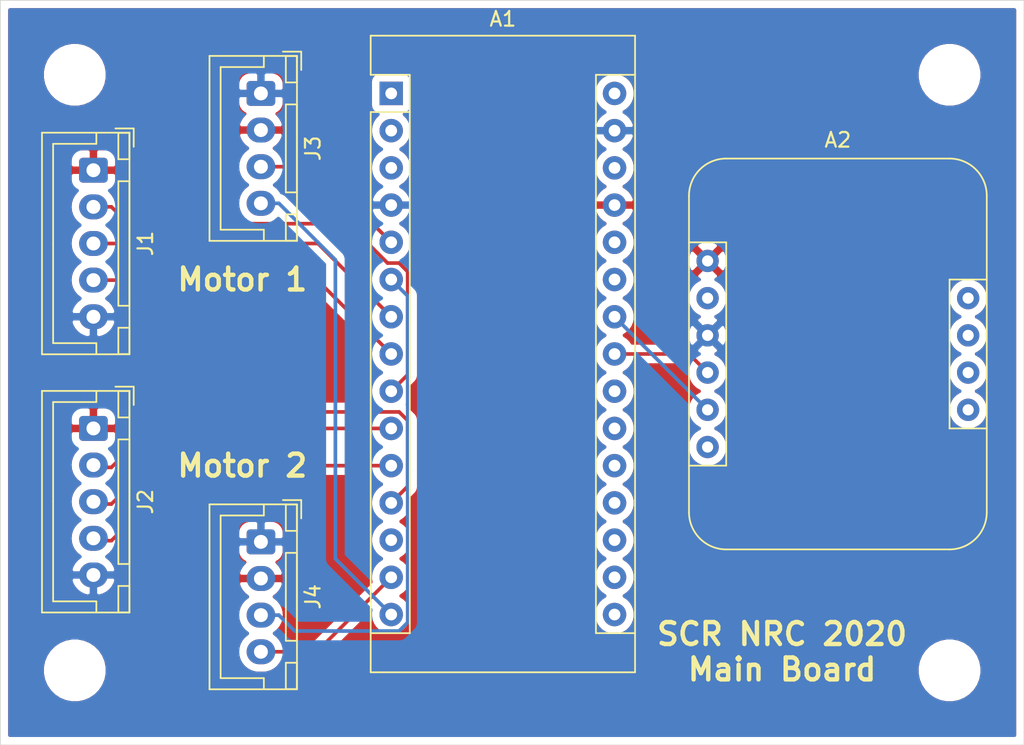
<source format=kicad_pcb>
(kicad_pcb (version 20171130) (host pcbnew "(5.1.5)-3")

  (general
    (thickness 1.6)
    (drawings 7)
    (tracks 41)
    (zones 0)
    (modules 10)
    (nets 36)
  )

  (page A4)
  (layers
    (0 F.Cu signal hide)
    (31 B.Cu signal hide)
    (32 B.Adhes user)
    (33 F.Adhes user)
    (34 B.Paste user)
    (35 F.Paste user)
    (36 B.SilkS user)
    (37 F.SilkS user)
    (38 B.Mask user)
    (39 F.Mask user)
    (40 Dwgs.User user)
    (41 Cmts.User user)
    (42 Eco1.User user)
    (43 Eco2.User user)
    (44 Edge.Cuts user)
    (45 Margin user)
    (46 B.CrtYd user)
    (47 F.CrtYd user)
    (48 B.Fab user)
    (49 F.Fab user)
  )

  (setup
    (last_trace_width 0.25)
    (trace_clearance 0.2)
    (zone_clearance 0.508)
    (zone_45_only no)
    (trace_min 0.2)
    (via_size 0.8)
    (via_drill 0.4)
    (via_min_size 0.4)
    (via_min_drill 0.3)
    (uvia_size 0.3)
    (uvia_drill 0.1)
    (uvias_allowed no)
    (uvia_min_size 0.2)
    (uvia_min_drill 0.1)
    (edge_width 0.05)
    (segment_width 0.2)
    (pcb_text_width 0.3)
    (pcb_text_size 1.5 1.5)
    (mod_edge_width 0.12)
    (mod_text_size 1 1)
    (mod_text_width 0.15)
    (pad_size 1.524 1.524)
    (pad_drill 0.762)
    (pad_to_mask_clearance 0.051)
    (solder_mask_min_width 0.25)
    (aux_axis_origin 0 0)
    (visible_elements 7FFFFFFF)
    (pcbplotparams
      (layerselection 0x010fc_ffffffff)
      (usegerberextensions false)
      (usegerberattributes false)
      (usegerberadvancedattributes false)
      (creategerberjobfile false)
      (excludeedgelayer true)
      (linewidth 0.100000)
      (plotframeref false)
      (viasonmask false)
      (mode 1)
      (useauxorigin false)
      (hpglpennumber 1)
      (hpglpenspeed 20)
      (hpglpendiameter 15.000000)
      (psnegative false)
      (psa4output false)
      (plotreference true)
      (plotvalue true)
      (plotinvisibletext false)
      (padsonsilk false)
      (subtractmaskfromsilk false)
      (outputformat 1)
      (mirror false)
      (drillshape 1)
      (scaleselection 1)
      (outputdirectory ""))
  )

  (net 0 "")
  (net 1 "Net-(A1-Pad16)")
  (net 2 "Net-(A1-Pad30)")
  (net 3 GND)
  (net 4 "Net-(A1-Pad13)")
  (net 5 "Net-(A1-Pad28)")
  (net 6 +5V)
  (net 7 "Net-(A1-Pad26)")
  (net 8 "Net-(A1-Pad25)")
  (net 9 /SCL)
  (net 10 /SDA)
  (net 11 "Net-(A1-Pad22)")
  (net 12 "Net-(A1-Pad21)")
  (net 13 "Net-(A1-Pad20)")
  (net 14 "Net-(A1-Pad19)")
  (net 15 "Net-(A1-Pad3)")
  (net 16 "Net-(A1-Pad18)")
  (net 17 "Net-(A1-Pad2)")
  (net 18 "Net-(A1-Pad17)")
  (net 19 "Net-(A1-Pad1)")
  (net 20 "Net-(A2-Pad7)")
  (net 21 "Net-(A2-Pad8)")
  (net 22 "Net-(A2-Pad9)")
  (net 23 "Net-(A2-Pad10)")
  (net 24 "Net-(A2-Pad6)")
  (net 25 "Net-(A2-Pad2)")
  (net 26 /M1_Encoder_B)
  (net 27 /M2_Encoder_B)
  (net 28 /M2_Enable)
  (net 29 /M2_IN_2)
  (net 30 /M2_IN_1)
  (net 31 /M1_Enable)
  (net 32 /M1_IN_2)
  (net 33 /M1_IN_1)
  (net 34 /M2_Encoder_A)
  (net 35 /M1_Encoder_A)

  (net_class Default "This is the default net class."
    (clearance 0.2)
    (trace_width 0.25)
    (via_dia 0.8)
    (via_drill 0.4)
    (uvia_dia 0.3)
    (uvia_drill 0.1)
    (add_net +5V)
    (add_net /M1_Enable)
    (add_net /M1_Encoder_A)
    (add_net /M1_Encoder_B)
    (add_net /M1_IN_1)
    (add_net /M1_IN_2)
    (add_net /M2_Enable)
    (add_net /M2_Encoder_A)
    (add_net /M2_Encoder_B)
    (add_net /M2_IN_1)
    (add_net /M2_IN_2)
    (add_net /SCL)
    (add_net /SDA)
    (add_net GND)
    (add_net "Net-(A1-Pad1)")
    (add_net "Net-(A1-Pad13)")
    (add_net "Net-(A1-Pad16)")
    (add_net "Net-(A1-Pad17)")
    (add_net "Net-(A1-Pad18)")
    (add_net "Net-(A1-Pad19)")
    (add_net "Net-(A1-Pad2)")
    (add_net "Net-(A1-Pad20)")
    (add_net "Net-(A1-Pad21)")
    (add_net "Net-(A1-Pad22)")
    (add_net "Net-(A1-Pad25)")
    (add_net "Net-(A1-Pad26)")
    (add_net "Net-(A1-Pad28)")
    (add_net "Net-(A1-Pad3)")
    (add_net "Net-(A1-Pad30)")
    (add_net "Net-(A2-Pad10)")
    (add_net "Net-(A2-Pad2)")
    (add_net "Net-(A2-Pad6)")
    (add_net "Net-(A2-Pad7)")
    (add_net "Net-(A2-Pad8)")
    (add_net "Net-(A2-Pad9)")
  )

  (module MountingHole:MountingHole_3.2mm_M3 (layer F.Cu) (tedit 56D1B4CB) (tstamp 5E2B5242)
    (at 119.38 93.98)
    (descr "Mounting Hole 3.2mm, no annular, M3")
    (tags "mounting hole 3.2mm no annular m3")
    (attr virtual)
    (fp_text reference REF** (at 0 -4.2) (layer F.SilkS) hide
      (effects (font (size 1 1) (thickness 0.15)))
    )
    (fp_text value MountingHole_3.2mm_M3 (at 0 4.2) (layer F.Fab)
      (effects (font (size 1 1) (thickness 0.15)))
    )
    (fp_circle (center 0 0) (end 3.45 0) (layer F.CrtYd) (width 0.05))
    (fp_circle (center 0 0) (end 3.2 0) (layer Cmts.User) (width 0.15))
    (fp_text user %R (at 0.3 0) (layer F.Fab)
      (effects (font (size 1 1) (thickness 0.15)))
    )
    (pad 1 np_thru_hole circle (at 0 0) (size 3.2 3.2) (drill 3.2) (layers *.Cu *.Mask))
  )

  (module Connector_JST:JST_XH_B4B-XH-A_1x04_P2.50mm_Vertical (layer F.Cu) (tedit 5C28146C) (tstamp 5E2F9B31)
    (at 132.08 125.85 270)
    (descr "JST XH series connector, B4B-XH-A (http://www.jst-mfg.com/product/pdf/eng/eXH.pdf), generated with kicad-footprint-generator")
    (tags "connector JST XH vertical")
    (path /5E2B97C5)
    (fp_text reference J4 (at 3.75 -3.55 90) (layer F.SilkS)
      (effects (font (size 1 1) (thickness 0.15)))
    )
    (fp_text value Conn_01x04 (at 3.75 4.6 90) (layer F.Fab)
      (effects (font (size 1 1) (thickness 0.15)))
    )
    (fp_text user %R (at 3.75 2.7 90) (layer F.Fab)
      (effects (font (size 1 1) (thickness 0.15)))
    )
    (fp_line (start -2.85 -2.75) (end -2.85 -1.5) (layer F.SilkS) (width 0.12))
    (fp_line (start -1.6 -2.75) (end -2.85 -2.75) (layer F.SilkS) (width 0.12))
    (fp_line (start 9.3 2.75) (end 3.75 2.75) (layer F.SilkS) (width 0.12))
    (fp_line (start 9.3 -0.2) (end 9.3 2.75) (layer F.SilkS) (width 0.12))
    (fp_line (start 10.05 -0.2) (end 9.3 -0.2) (layer F.SilkS) (width 0.12))
    (fp_line (start -1.8 2.75) (end 3.75 2.75) (layer F.SilkS) (width 0.12))
    (fp_line (start -1.8 -0.2) (end -1.8 2.75) (layer F.SilkS) (width 0.12))
    (fp_line (start -2.55 -0.2) (end -1.8 -0.2) (layer F.SilkS) (width 0.12))
    (fp_line (start 10.05 -2.45) (end 8.25 -2.45) (layer F.SilkS) (width 0.12))
    (fp_line (start 10.05 -1.7) (end 10.05 -2.45) (layer F.SilkS) (width 0.12))
    (fp_line (start 8.25 -1.7) (end 10.05 -1.7) (layer F.SilkS) (width 0.12))
    (fp_line (start 8.25 -2.45) (end 8.25 -1.7) (layer F.SilkS) (width 0.12))
    (fp_line (start -0.75 -2.45) (end -2.55 -2.45) (layer F.SilkS) (width 0.12))
    (fp_line (start -0.75 -1.7) (end -0.75 -2.45) (layer F.SilkS) (width 0.12))
    (fp_line (start -2.55 -1.7) (end -0.75 -1.7) (layer F.SilkS) (width 0.12))
    (fp_line (start -2.55 -2.45) (end -2.55 -1.7) (layer F.SilkS) (width 0.12))
    (fp_line (start 6.75 -2.45) (end 0.75 -2.45) (layer F.SilkS) (width 0.12))
    (fp_line (start 6.75 -1.7) (end 6.75 -2.45) (layer F.SilkS) (width 0.12))
    (fp_line (start 0.75 -1.7) (end 6.75 -1.7) (layer F.SilkS) (width 0.12))
    (fp_line (start 0.75 -2.45) (end 0.75 -1.7) (layer F.SilkS) (width 0.12))
    (fp_line (start 0 -1.35) (end 0.625 -2.35) (layer F.Fab) (width 0.1))
    (fp_line (start -0.625 -2.35) (end 0 -1.35) (layer F.Fab) (width 0.1))
    (fp_line (start 10.45 -2.85) (end -2.95 -2.85) (layer F.CrtYd) (width 0.05))
    (fp_line (start 10.45 3.9) (end 10.45 -2.85) (layer F.CrtYd) (width 0.05))
    (fp_line (start -2.95 3.9) (end 10.45 3.9) (layer F.CrtYd) (width 0.05))
    (fp_line (start -2.95 -2.85) (end -2.95 3.9) (layer F.CrtYd) (width 0.05))
    (fp_line (start 10.06 -2.46) (end -2.56 -2.46) (layer F.SilkS) (width 0.12))
    (fp_line (start 10.06 3.51) (end 10.06 -2.46) (layer F.SilkS) (width 0.12))
    (fp_line (start -2.56 3.51) (end 10.06 3.51) (layer F.SilkS) (width 0.12))
    (fp_line (start -2.56 -2.46) (end -2.56 3.51) (layer F.SilkS) (width 0.12))
    (fp_line (start 9.95 -2.35) (end -2.45 -2.35) (layer F.Fab) (width 0.1))
    (fp_line (start 9.95 3.4) (end 9.95 -2.35) (layer F.Fab) (width 0.1))
    (fp_line (start -2.45 3.4) (end 9.95 3.4) (layer F.Fab) (width 0.1))
    (fp_line (start -2.45 -2.35) (end -2.45 3.4) (layer F.Fab) (width 0.1))
    (pad 4 thru_hole oval (at 7.5 0 270) (size 1.7 1.95) (drill 0.95) (layers *.Cu *.Mask)
      (net 27 /M2_Encoder_B))
    (pad 3 thru_hole oval (at 5 0 270) (size 1.7 1.95) (drill 0.95) (layers *.Cu *.Mask)
      (net 34 /M2_Encoder_A))
    (pad 2 thru_hole oval (at 2.5 0 270) (size 1.7 1.95) (drill 0.95) (layers *.Cu *.Mask)
      (net 6 +5V))
    (pad 1 thru_hole roundrect (at 0 0 270) (size 1.7 1.95) (drill 0.95) (layers *.Cu *.Mask) (roundrect_rratio 0.147059)
      (net 3 GND))
    (model ${KISYS3DMOD}/Connector_JST.3dshapes/JST_XH_B4B-XH-A_1x04_P2.50mm_Vertical.wrl
      (at (xyz 0 0 0))
      (scale (xyz 1 1 1))
      (rotate (xyz 0 0 0))
    )
  )

  (module Connector_JST:JST_XH_B4B-XH-A_1x04_P2.50mm_Vertical (layer F.Cu) (tedit 5C28146C) (tstamp 5E2B5155)
    (at 132.08 95.25 270)
    (descr "JST XH series connector, B4B-XH-A (http://www.jst-mfg.com/product/pdf/eng/eXH.pdf), generated with kicad-footprint-generator")
    (tags "connector JST XH vertical")
    (path /5E2B8FCE)
    (fp_text reference J3 (at 3.75 -3.55 90) (layer F.SilkS)
      (effects (font (size 1 1) (thickness 0.15)))
    )
    (fp_text value Conn_01x04 (at 3.75 4.6 90) (layer F.Fab)
      (effects (font (size 1 1) (thickness 0.15)))
    )
    (fp_text user %R (at 3.75 2.7 90) (layer F.Fab)
      (effects (font (size 1 1) (thickness 0.15)))
    )
    (fp_line (start -2.85 -2.75) (end -2.85 -1.5) (layer F.SilkS) (width 0.12))
    (fp_line (start -1.6 -2.75) (end -2.85 -2.75) (layer F.SilkS) (width 0.12))
    (fp_line (start 9.3 2.75) (end 3.75 2.75) (layer F.SilkS) (width 0.12))
    (fp_line (start 9.3 -0.2) (end 9.3 2.75) (layer F.SilkS) (width 0.12))
    (fp_line (start 10.05 -0.2) (end 9.3 -0.2) (layer F.SilkS) (width 0.12))
    (fp_line (start -1.8 2.75) (end 3.75 2.75) (layer F.SilkS) (width 0.12))
    (fp_line (start -1.8 -0.2) (end -1.8 2.75) (layer F.SilkS) (width 0.12))
    (fp_line (start -2.55 -0.2) (end -1.8 -0.2) (layer F.SilkS) (width 0.12))
    (fp_line (start 10.05 -2.45) (end 8.25 -2.45) (layer F.SilkS) (width 0.12))
    (fp_line (start 10.05 -1.7) (end 10.05 -2.45) (layer F.SilkS) (width 0.12))
    (fp_line (start 8.25 -1.7) (end 10.05 -1.7) (layer F.SilkS) (width 0.12))
    (fp_line (start 8.25 -2.45) (end 8.25 -1.7) (layer F.SilkS) (width 0.12))
    (fp_line (start -0.75 -2.45) (end -2.55 -2.45) (layer F.SilkS) (width 0.12))
    (fp_line (start -0.75 -1.7) (end -0.75 -2.45) (layer F.SilkS) (width 0.12))
    (fp_line (start -2.55 -1.7) (end -0.75 -1.7) (layer F.SilkS) (width 0.12))
    (fp_line (start -2.55 -2.45) (end -2.55 -1.7) (layer F.SilkS) (width 0.12))
    (fp_line (start 6.75 -2.45) (end 0.75 -2.45) (layer F.SilkS) (width 0.12))
    (fp_line (start 6.75 -1.7) (end 6.75 -2.45) (layer F.SilkS) (width 0.12))
    (fp_line (start 0.75 -1.7) (end 6.75 -1.7) (layer F.SilkS) (width 0.12))
    (fp_line (start 0.75 -2.45) (end 0.75 -1.7) (layer F.SilkS) (width 0.12))
    (fp_line (start 0 -1.35) (end 0.625 -2.35) (layer F.Fab) (width 0.1))
    (fp_line (start -0.625 -2.35) (end 0 -1.35) (layer F.Fab) (width 0.1))
    (fp_line (start 10.45 -2.85) (end -2.95 -2.85) (layer F.CrtYd) (width 0.05))
    (fp_line (start 10.45 3.9) (end 10.45 -2.85) (layer F.CrtYd) (width 0.05))
    (fp_line (start -2.95 3.9) (end 10.45 3.9) (layer F.CrtYd) (width 0.05))
    (fp_line (start -2.95 -2.85) (end -2.95 3.9) (layer F.CrtYd) (width 0.05))
    (fp_line (start 10.06 -2.46) (end -2.56 -2.46) (layer F.SilkS) (width 0.12))
    (fp_line (start 10.06 3.51) (end 10.06 -2.46) (layer F.SilkS) (width 0.12))
    (fp_line (start -2.56 3.51) (end 10.06 3.51) (layer F.SilkS) (width 0.12))
    (fp_line (start -2.56 -2.46) (end -2.56 3.51) (layer F.SilkS) (width 0.12))
    (fp_line (start 9.95 -2.35) (end -2.45 -2.35) (layer F.Fab) (width 0.1))
    (fp_line (start 9.95 3.4) (end 9.95 -2.35) (layer F.Fab) (width 0.1))
    (fp_line (start -2.45 3.4) (end 9.95 3.4) (layer F.Fab) (width 0.1))
    (fp_line (start -2.45 -2.35) (end -2.45 3.4) (layer F.Fab) (width 0.1))
    (pad 4 thru_hole oval (at 7.5 0 270) (size 1.7 1.95) (drill 0.95) (layers *.Cu *.Mask)
      (net 26 /M1_Encoder_B))
    (pad 3 thru_hole oval (at 5 0 270) (size 1.7 1.95) (drill 0.95) (layers *.Cu *.Mask)
      (net 35 /M1_Encoder_A))
    (pad 2 thru_hole oval (at 2.5 0 270) (size 1.7 1.95) (drill 0.95) (layers *.Cu *.Mask)
      (net 6 +5V))
    (pad 1 thru_hole roundrect (at 0 0 270) (size 1.7 1.95) (drill 0.95) (layers *.Cu *.Mask) (roundrect_rratio 0.147059)
      (net 3 GND))
    (model ${KISYS3DMOD}/Connector_JST.3dshapes/JST_XH_B4B-XH-A_1x04_P2.50mm_Vertical.wrl
      (at (xyz 0 0 0))
      (scale (xyz 1 1 1))
      (rotate (xyz 0 0 0))
    )
  )

  (module Connector_JST:JST_XH_B5B-XH-A_1x05_P2.50mm_Vertical (layer F.Cu) (tedit 5C28146C) (tstamp 5E2B512A)
    (at 120.65 118.11 270)
    (descr "JST XH series connector, B5B-XH-A (http://www.jst-mfg.com/product/pdf/eng/eXH.pdf), generated with kicad-footprint-generator")
    (tags "connector JST XH vertical")
    (path /5E2BC4D1)
    (fp_text reference J2 (at 5 -3.55 90) (layer F.SilkS)
      (effects (font (size 1 1) (thickness 0.15)))
    )
    (fp_text value Conn_01x05 (at 5 4.6 90) (layer F.Fab)
      (effects (font (size 1 1) (thickness 0.15)))
    )
    (fp_text user %R (at 5 2.7 90) (layer F.Fab)
      (effects (font (size 1 1) (thickness 0.15)))
    )
    (fp_line (start -2.85 -2.75) (end -2.85 -1.5) (layer F.SilkS) (width 0.12))
    (fp_line (start -1.6 -2.75) (end -2.85 -2.75) (layer F.SilkS) (width 0.12))
    (fp_line (start 11.8 2.75) (end 5 2.75) (layer F.SilkS) (width 0.12))
    (fp_line (start 11.8 -0.2) (end 11.8 2.75) (layer F.SilkS) (width 0.12))
    (fp_line (start 12.55 -0.2) (end 11.8 -0.2) (layer F.SilkS) (width 0.12))
    (fp_line (start -1.8 2.75) (end 5 2.75) (layer F.SilkS) (width 0.12))
    (fp_line (start -1.8 -0.2) (end -1.8 2.75) (layer F.SilkS) (width 0.12))
    (fp_line (start -2.55 -0.2) (end -1.8 -0.2) (layer F.SilkS) (width 0.12))
    (fp_line (start 12.55 -2.45) (end 10.75 -2.45) (layer F.SilkS) (width 0.12))
    (fp_line (start 12.55 -1.7) (end 12.55 -2.45) (layer F.SilkS) (width 0.12))
    (fp_line (start 10.75 -1.7) (end 12.55 -1.7) (layer F.SilkS) (width 0.12))
    (fp_line (start 10.75 -2.45) (end 10.75 -1.7) (layer F.SilkS) (width 0.12))
    (fp_line (start -0.75 -2.45) (end -2.55 -2.45) (layer F.SilkS) (width 0.12))
    (fp_line (start -0.75 -1.7) (end -0.75 -2.45) (layer F.SilkS) (width 0.12))
    (fp_line (start -2.55 -1.7) (end -0.75 -1.7) (layer F.SilkS) (width 0.12))
    (fp_line (start -2.55 -2.45) (end -2.55 -1.7) (layer F.SilkS) (width 0.12))
    (fp_line (start 9.25 -2.45) (end 0.75 -2.45) (layer F.SilkS) (width 0.12))
    (fp_line (start 9.25 -1.7) (end 9.25 -2.45) (layer F.SilkS) (width 0.12))
    (fp_line (start 0.75 -1.7) (end 9.25 -1.7) (layer F.SilkS) (width 0.12))
    (fp_line (start 0.75 -2.45) (end 0.75 -1.7) (layer F.SilkS) (width 0.12))
    (fp_line (start 0 -1.35) (end 0.625 -2.35) (layer F.Fab) (width 0.1))
    (fp_line (start -0.625 -2.35) (end 0 -1.35) (layer F.Fab) (width 0.1))
    (fp_line (start 12.95 -2.85) (end -2.95 -2.85) (layer F.CrtYd) (width 0.05))
    (fp_line (start 12.95 3.9) (end 12.95 -2.85) (layer F.CrtYd) (width 0.05))
    (fp_line (start -2.95 3.9) (end 12.95 3.9) (layer F.CrtYd) (width 0.05))
    (fp_line (start -2.95 -2.85) (end -2.95 3.9) (layer F.CrtYd) (width 0.05))
    (fp_line (start 12.56 -2.46) (end -2.56 -2.46) (layer F.SilkS) (width 0.12))
    (fp_line (start 12.56 3.51) (end 12.56 -2.46) (layer F.SilkS) (width 0.12))
    (fp_line (start -2.56 3.51) (end 12.56 3.51) (layer F.SilkS) (width 0.12))
    (fp_line (start -2.56 -2.46) (end -2.56 3.51) (layer F.SilkS) (width 0.12))
    (fp_line (start 12.45 -2.35) (end -2.45 -2.35) (layer F.Fab) (width 0.1))
    (fp_line (start 12.45 3.4) (end 12.45 -2.35) (layer F.Fab) (width 0.1))
    (fp_line (start -2.45 3.4) (end 12.45 3.4) (layer F.Fab) (width 0.1))
    (fp_line (start -2.45 -2.35) (end -2.45 3.4) (layer F.Fab) (width 0.1))
    (pad 5 thru_hole oval (at 10 0 270) (size 1.7 1.95) (drill 0.95) (layers *.Cu *.Mask)
      (net 3 GND))
    (pad 4 thru_hole oval (at 7.5 0 270) (size 1.7 1.95) (drill 0.95) (layers *.Cu *.Mask)
      (net 29 /M2_IN_2))
    (pad 3 thru_hole oval (at 5 0 270) (size 1.7 1.95) (drill 0.95) (layers *.Cu *.Mask)
      (net 30 /M2_IN_1))
    (pad 2 thru_hole oval (at 2.5 0 270) (size 1.7 1.95) (drill 0.95) (layers *.Cu *.Mask)
      (net 28 /M2_Enable))
    (pad 1 thru_hole roundrect (at 0 0 270) (size 1.7 1.95) (drill 0.95) (layers *.Cu *.Mask) (roundrect_rratio 0.147059)
      (net 6 +5V))
    (model ${KISYS3DMOD}/Connector_JST.3dshapes/JST_XH_B5B-XH-A_1x05_P2.50mm_Vertical.wrl
      (at (xyz 0 0 0))
      (scale (xyz 1 1 1))
      (rotate (xyz 0 0 0))
    )
  )

  (module Connector_JST:JST_XH_B5B-XH-A_1x05_P2.50mm_Vertical (layer F.Cu) (tedit 5C28146C) (tstamp 5E2B50FE)
    (at 120.65 100.49 270)
    (descr "JST XH series connector, B5B-XH-A (http://www.jst-mfg.com/product/pdf/eng/eXH.pdf), generated with kicad-footprint-generator")
    (tags "connector JST XH vertical")
    (path /5E2B9E5C)
    (fp_text reference J1 (at 5 -3.55 90) (layer F.SilkS)
      (effects (font (size 1 1) (thickness 0.15)))
    )
    (fp_text value Conn_01x05 (at 5 4.6 90) (layer F.Fab)
      (effects (font (size 1 1) (thickness 0.15)))
    )
    (fp_text user %R (at 5 2.7 90) (layer F.Fab)
      (effects (font (size 1 1) (thickness 0.15)))
    )
    (fp_line (start -2.85 -2.75) (end -2.85 -1.5) (layer F.SilkS) (width 0.12))
    (fp_line (start -1.6 -2.75) (end -2.85 -2.75) (layer F.SilkS) (width 0.12))
    (fp_line (start 11.8 2.75) (end 5 2.75) (layer F.SilkS) (width 0.12))
    (fp_line (start 11.8 -0.2) (end 11.8 2.75) (layer F.SilkS) (width 0.12))
    (fp_line (start 12.55 -0.2) (end 11.8 -0.2) (layer F.SilkS) (width 0.12))
    (fp_line (start -1.8 2.75) (end 5 2.75) (layer F.SilkS) (width 0.12))
    (fp_line (start -1.8 -0.2) (end -1.8 2.75) (layer F.SilkS) (width 0.12))
    (fp_line (start -2.55 -0.2) (end -1.8 -0.2) (layer F.SilkS) (width 0.12))
    (fp_line (start 12.55 -2.45) (end 10.75 -2.45) (layer F.SilkS) (width 0.12))
    (fp_line (start 12.55 -1.7) (end 12.55 -2.45) (layer F.SilkS) (width 0.12))
    (fp_line (start 10.75 -1.7) (end 12.55 -1.7) (layer F.SilkS) (width 0.12))
    (fp_line (start 10.75 -2.45) (end 10.75 -1.7) (layer F.SilkS) (width 0.12))
    (fp_line (start -0.75 -2.45) (end -2.55 -2.45) (layer F.SilkS) (width 0.12))
    (fp_line (start -0.75 -1.7) (end -0.75 -2.45) (layer F.SilkS) (width 0.12))
    (fp_line (start -2.55 -1.7) (end -0.75 -1.7) (layer F.SilkS) (width 0.12))
    (fp_line (start -2.55 -2.45) (end -2.55 -1.7) (layer F.SilkS) (width 0.12))
    (fp_line (start 9.25 -2.45) (end 0.75 -2.45) (layer F.SilkS) (width 0.12))
    (fp_line (start 9.25 -1.7) (end 9.25 -2.45) (layer F.SilkS) (width 0.12))
    (fp_line (start 0.75 -1.7) (end 9.25 -1.7) (layer F.SilkS) (width 0.12))
    (fp_line (start 0.75 -2.45) (end 0.75 -1.7) (layer F.SilkS) (width 0.12))
    (fp_line (start 0 -1.35) (end 0.625 -2.35) (layer F.Fab) (width 0.1))
    (fp_line (start -0.625 -2.35) (end 0 -1.35) (layer F.Fab) (width 0.1))
    (fp_line (start 12.95 -2.85) (end -2.95 -2.85) (layer F.CrtYd) (width 0.05))
    (fp_line (start 12.95 3.9) (end 12.95 -2.85) (layer F.CrtYd) (width 0.05))
    (fp_line (start -2.95 3.9) (end 12.95 3.9) (layer F.CrtYd) (width 0.05))
    (fp_line (start -2.95 -2.85) (end -2.95 3.9) (layer F.CrtYd) (width 0.05))
    (fp_line (start 12.56 -2.46) (end -2.56 -2.46) (layer F.SilkS) (width 0.12))
    (fp_line (start 12.56 3.51) (end 12.56 -2.46) (layer F.SilkS) (width 0.12))
    (fp_line (start -2.56 3.51) (end 12.56 3.51) (layer F.SilkS) (width 0.12))
    (fp_line (start -2.56 -2.46) (end -2.56 3.51) (layer F.SilkS) (width 0.12))
    (fp_line (start 12.45 -2.35) (end -2.45 -2.35) (layer F.Fab) (width 0.1))
    (fp_line (start 12.45 3.4) (end 12.45 -2.35) (layer F.Fab) (width 0.1))
    (fp_line (start -2.45 3.4) (end 12.45 3.4) (layer F.Fab) (width 0.1))
    (fp_line (start -2.45 -2.35) (end -2.45 3.4) (layer F.Fab) (width 0.1))
    (pad 5 thru_hole oval (at 10 0 270) (size 1.7 1.95) (drill 0.95) (layers *.Cu *.Mask)
      (net 3 GND))
    (pad 4 thru_hole oval (at 7.5 0 270) (size 1.7 1.95) (drill 0.95) (layers *.Cu *.Mask)
      (net 32 /M1_IN_2))
    (pad 3 thru_hole oval (at 5 0 270) (size 1.7 1.95) (drill 0.95) (layers *.Cu *.Mask)
      (net 33 /M1_IN_1))
    (pad 2 thru_hole oval (at 2.5 0 270) (size 1.7 1.95) (drill 0.95) (layers *.Cu *.Mask)
      (net 31 /M1_Enable))
    (pad 1 thru_hole roundrect (at 0 0 270) (size 1.7 1.95) (drill 0.95) (layers *.Cu *.Mask) (roundrect_rratio 0.147059)
      (net 6 +5V))
    (model ${KISYS3DMOD}/Connector_JST.3dshapes/JST_XH_B5B-XH-A_1x05_P2.50mm_Vertical.wrl
      (at (xyz 0 0 0))
      (scale (xyz 1 1 1))
      (rotate (xyz 0 0 0))
    )
  )

  (module MountingHole:MountingHole_3.2mm_M3 (layer F.Cu) (tedit 56D1B4CB) (tstamp 5E298757)
    (at 119.38 134.62)
    (descr "Mounting Hole 3.2mm, no annular, M3")
    (tags "mounting hole 3.2mm no annular m3")
    (attr virtual)
    (fp_text reference REF** (at 0 -4.2) (layer F.SilkS) hide
      (effects (font (size 1 1) (thickness 0.15)))
    )
    (fp_text value MountingHole_3.2mm_M3 (at 0 4.2) (layer F.Fab)
      (effects (font (size 1 1) (thickness 0.15)))
    )
    (fp_circle (center 0 0) (end 3.45 0) (layer F.CrtYd) (width 0.05))
    (fp_circle (center 0 0) (end 3.2 0) (layer Cmts.User) (width 0.15))
    (fp_text user %R (at 0.3 0) (layer F.Fab)
      (effects (font (size 1 1) (thickness 0.15)))
    )
    (pad 1 np_thru_hole circle (at 0 0) (size 3.2 3.2) (drill 3.2) (layers *.Cu *.Mask))
  )

  (module MountingHole:MountingHole_3.2mm_M3 (layer F.Cu) (tedit 56D1B4CB) (tstamp 5E298733)
    (at 179.07 134.62)
    (descr "Mounting Hole 3.2mm, no annular, M3")
    (tags "mounting hole 3.2mm no annular m3")
    (attr virtual)
    (fp_text reference REF** (at 0 -4.2) (layer F.SilkS) hide
      (effects (font (size 1 1) (thickness 0.15)))
    )
    (fp_text value MountingHole_3.2mm_M3 (at 0 4.2) (layer F.Fab)
      (effects (font (size 1 1) (thickness 0.15)))
    )
    (fp_circle (center 0 0) (end 3.45 0) (layer F.CrtYd) (width 0.05))
    (fp_circle (center 0 0) (end 3.2 0) (layer Cmts.User) (width 0.15))
    (fp_text user %R (at 0.3 0) (layer F.Fab)
      (effects (font (size 1 1) (thickness 0.15)))
    )
    (pad 1 np_thru_hole circle (at 0 0) (size 3.2 3.2) (drill 3.2) (layers *.Cu *.Mask))
  )

  (module MountingHole:MountingHole_3.2mm_M3 (layer F.Cu) (tedit 56D1B4CB) (tstamp 5E2985AF)
    (at 179.07 93.98)
    (descr "Mounting Hole 3.2mm, no annular, M3")
    (tags "mounting hole 3.2mm no annular m3")
    (attr virtual)
    (fp_text reference REF** (at 0 -4.2) (layer F.SilkS) hide
      (effects (font (size 1 1) (thickness 0.15)))
    )
    (fp_text value MountingHole_3.2mm_M3 (at 0 4.2) (layer F.Fab)
      (effects (font (size 1 1) (thickness 0.15)))
    )
    (fp_circle (center 0 0) (end 3.45 0) (layer F.CrtYd) (width 0.05))
    (fp_circle (center 0 0) (end 3.2 0) (layer Cmts.User) (width 0.15))
    (fp_text user %R (at 0.3 0) (layer F.Fab)
      (effects (font (size 1 1) (thickness 0.15)))
    )
    (pad 1 np_thru_hole circle (at 0 0) (size 3.2 3.2) (drill 3.2) (layers *.Cu *.Mask))
  )

  (module SCR_KiCAD_Lib:BNO055 (layer F.Cu) (tedit 5DE932AE) (tstamp 5E2966A9)
    (at 171.45 113.03)
    (path /5E1FDF1C)
    (fp_text reference A2 (at 0 -14.605) (layer F.SilkS)
      (effects (font (size 1 1) (thickness 0.15)))
    )
    (fp_text value BNO055 (at 0 0) (layer F.Fab)
      (effects (font (size 1 1) (thickness 0.15)))
    )
    (fp_line (start -7.62 -7.62) (end -10.16 -7.62) (layer F.SilkS) (width 0.12))
    (fp_line (start -7.62 7.62) (end -7.62 -7.62) (layer F.SilkS) (width 0.12))
    (fp_line (start -10.16 7.62) (end -7.62 7.62) (layer F.SilkS) (width 0.12))
    (fp_line (start 7.62 5.08) (end 10.16 5.08) (layer F.SilkS) (width 0.12))
    (fp_line (start 7.62 -5.08) (end 7.62 5.08) (layer F.SilkS) (width 0.12))
    (fp_line (start 10.16 -5.08) (end 7.62 -5.08) (layer F.SilkS) (width 0.12))
    (fp_line (start 7.62 5.08) (end 7.62 -5.08) (layer B.CrtYd) (width 0.12))
    (fp_line (start 10.16 5.08) (end 7.62 5.08) (layer B.CrtYd) (width 0.12))
    (fp_line (start 10.16 -5.08) (end 10.16 5.08) (layer B.CrtYd) (width 0.12))
    (fp_line (start 7.62 -5.08) (end 10.16 -5.08) (layer B.CrtYd) (width 0.12))
    (fp_line (start -10.16 7.62) (end -10.16 -7.62) (layer B.CrtYd) (width 0.12))
    (fp_line (start -7.62 7.62) (end -10.16 7.62) (layer B.CrtYd) (width 0.12))
    (fp_line (start -7.62 -7.62) (end -7.62 7.62) (layer B.CrtYd) (width 0.12))
    (fp_line (start -10.16 -7.62) (end -7.62 -7.62) (layer B.CrtYd) (width 0.12))
    (fp_line (start 10.16 -13.335) (end -10.16 -13.335) (layer F.CrtYd) (width 0.12))
    (fp_line (start 10.16 13.335) (end 10.16 -13.335) (layer F.CrtYd) (width 0.12))
    (fp_line (start -10.16 13.335) (end 10.16 13.335) (layer F.CrtYd) (width 0.12))
    (fp_line (start -10.16 -13.335) (end -10.16 13.335) (layer F.CrtYd) (width 0.12))
    (fp_line (start -7.62 -13.335) (end 7.62 -13.335) (layer F.SilkS) (width 0.12))
    (fp_line (start -10.16 10.795) (end -10.16 -10.795) (layer F.SilkS) (width 0.12))
    (fp_line (start 10.16 -10.795) (end 10.16 10.795) (layer F.SilkS) (width 0.12))
    (fp_line (start -7.62 13.335) (end 7.62 13.335) (layer F.SilkS) (width 0.12))
    (fp_arc (start -7.62 -10.795) (end -7.62 -13.335) (angle -90) (layer F.SilkS) (width 0.12))
    (fp_arc (start 7.62 -10.795) (end 10.16 -10.795) (angle -90) (layer F.SilkS) (width 0.12))
    (fp_arc (start 7.62 10.795) (end 7.62 13.335) (angle -90) (layer F.SilkS) (width 0.12))
    (fp_arc (start -7.62 10.795) (end -10.16 10.795) (angle -90) (layer F.SilkS) (width 0.12))
    (pad 7 thru_hole circle (at 8.89 3.81) (size 1.524 1.524) (drill 0.762) (layers *.Cu *.Mask)
      (net 20 "Net-(A2-Pad7)"))
    (pad 8 thru_hole circle (at 8.89 1.27) (size 1.524 1.524) (drill 0.762) (layers *.Cu *.Mask)
      (net 21 "Net-(A2-Pad8)"))
    (pad 9 thru_hole circle (at 8.89 -1.27) (size 1.524 1.524) (drill 0.762) (layers *.Cu *.Mask)
      (net 22 "Net-(A2-Pad9)"))
    (pad 10 thru_hole circle (at 8.89 -3.81) (size 1.524 1.524) (drill 0.762) (layers *.Cu *.Mask)
      (net 23 "Net-(A2-Pad10)"))
    (pad 6 thru_hole circle (at -8.89 6.35) (size 1.524 1.524) (drill 0.762) (layers *.Cu *.Mask)
      (net 24 "Net-(A2-Pad6)"))
    (pad 5 thru_hole circle (at -8.89 3.81) (size 1.524 1.524) (drill 0.762) (layers *.Cu *.Mask)
      (net 9 /SCL))
    (pad 4 thru_hole circle (at -8.89 1.27) (size 1.524 1.524) (drill 0.762) (layers *.Cu *.Mask)
      (net 10 /SDA))
    (pad 3 thru_hole circle (at -8.89 -1.27) (size 1.524 1.524) (drill 0.762) (layers *.Cu *.Mask)
      (net 3 GND))
    (pad 2 thru_hole circle (at -8.89 -3.81) (size 1.524 1.524) (drill 0.762) (layers *.Cu *.Mask)
      (net 25 "Net-(A2-Pad2)"))
    (pad 1 thru_hole circle (at -8.89 -6.35) (size 1.524 1.524) (drill 0.762) (layers *.Cu *.Mask)
      (net 6 +5V))
  )

  (module Module:Arduino_Nano (layer F.Cu) (tedit 58ACAF70) (tstamp 5E29616C)
    (at 140.97 95.25)
    (descr "Arduino Nano, http://www.mouser.com/pdfdocs/Gravitech_Arduino_Nano3_0.pdf")
    (tags "Arduino Nano")
    (path /5E1FBF9F)
    (fp_text reference A1 (at 7.62 -5.08) (layer F.SilkS)
      (effects (font (size 1 1) (thickness 0.15)))
    )
    (fp_text value Arduino_Nano_v3.x (at 8.89 19.05 90) (layer F.Fab)
      (effects (font (size 1 1) (thickness 0.15)))
    )
    (fp_line (start 16.75 42.16) (end -1.53 42.16) (layer F.CrtYd) (width 0.05))
    (fp_line (start 16.75 42.16) (end 16.75 -4.06) (layer F.CrtYd) (width 0.05))
    (fp_line (start -1.53 -4.06) (end -1.53 42.16) (layer F.CrtYd) (width 0.05))
    (fp_line (start -1.53 -4.06) (end 16.75 -4.06) (layer F.CrtYd) (width 0.05))
    (fp_line (start 16.51 -3.81) (end 16.51 39.37) (layer F.Fab) (width 0.1))
    (fp_line (start 0 -3.81) (end 16.51 -3.81) (layer F.Fab) (width 0.1))
    (fp_line (start -1.27 -2.54) (end 0 -3.81) (layer F.Fab) (width 0.1))
    (fp_line (start -1.27 39.37) (end -1.27 -2.54) (layer F.Fab) (width 0.1))
    (fp_line (start 16.51 39.37) (end -1.27 39.37) (layer F.Fab) (width 0.1))
    (fp_line (start 16.64 -3.94) (end -1.4 -3.94) (layer F.SilkS) (width 0.12))
    (fp_line (start 16.64 39.5) (end 16.64 -3.94) (layer F.SilkS) (width 0.12))
    (fp_line (start -1.4 39.5) (end 16.64 39.5) (layer F.SilkS) (width 0.12))
    (fp_line (start 3.81 41.91) (end 3.81 31.75) (layer F.Fab) (width 0.1))
    (fp_line (start 11.43 41.91) (end 3.81 41.91) (layer F.Fab) (width 0.1))
    (fp_line (start 11.43 31.75) (end 11.43 41.91) (layer F.Fab) (width 0.1))
    (fp_line (start 3.81 31.75) (end 11.43 31.75) (layer F.Fab) (width 0.1))
    (fp_line (start 1.27 36.83) (end -1.4 36.83) (layer F.SilkS) (width 0.12))
    (fp_line (start 1.27 1.27) (end 1.27 36.83) (layer F.SilkS) (width 0.12))
    (fp_line (start 1.27 1.27) (end -1.4 1.27) (layer F.SilkS) (width 0.12))
    (fp_line (start 13.97 36.83) (end 16.64 36.83) (layer F.SilkS) (width 0.12))
    (fp_line (start 13.97 -1.27) (end 13.97 36.83) (layer F.SilkS) (width 0.12))
    (fp_line (start 13.97 -1.27) (end 16.64 -1.27) (layer F.SilkS) (width 0.12))
    (fp_line (start -1.4 -3.94) (end -1.4 -1.27) (layer F.SilkS) (width 0.12))
    (fp_line (start -1.4 1.27) (end -1.4 39.5) (layer F.SilkS) (width 0.12))
    (fp_line (start 1.27 -1.27) (end -1.4 -1.27) (layer F.SilkS) (width 0.12))
    (fp_line (start 1.27 1.27) (end 1.27 -1.27) (layer F.SilkS) (width 0.12))
    (fp_text user %R (at 6.35 19.05 90) (layer F.Fab)
      (effects (font (size 1 1) (thickness 0.15)))
    )
    (pad 16 thru_hole oval (at 15.24 35.56) (size 1.6 1.6) (drill 0.8) (layers *.Cu *.Mask)
      (net 1 "Net-(A1-Pad16)"))
    (pad 15 thru_hole oval (at 0 35.56) (size 1.6 1.6) (drill 0.8) (layers *.Cu *.Mask)
      (net 26 /M1_Encoder_B))
    (pad 30 thru_hole oval (at 15.24 0) (size 1.6 1.6) (drill 0.8) (layers *.Cu *.Mask)
      (net 2 "Net-(A1-Pad30)"))
    (pad 14 thru_hole oval (at 0 33.02) (size 1.6 1.6) (drill 0.8) (layers *.Cu *.Mask)
      (net 27 /M2_Encoder_B))
    (pad 29 thru_hole oval (at 15.24 2.54) (size 1.6 1.6) (drill 0.8) (layers *.Cu *.Mask)
      (net 3 GND))
    (pad 13 thru_hole oval (at 0 30.48) (size 1.6 1.6) (drill 0.8) (layers *.Cu *.Mask)
      (net 4 "Net-(A1-Pad13)"))
    (pad 28 thru_hole oval (at 15.24 5.08) (size 1.6 1.6) (drill 0.8) (layers *.Cu *.Mask)
      (net 5 "Net-(A1-Pad28)"))
    (pad 12 thru_hole oval (at 0 27.94) (size 1.6 1.6) (drill 0.8) (layers *.Cu *.Mask)
      (net 28 /M2_Enable))
    (pad 27 thru_hole oval (at 15.24 7.62) (size 1.6 1.6) (drill 0.8) (layers *.Cu *.Mask)
      (net 6 +5V))
    (pad 11 thru_hole oval (at 0 25.4) (size 1.6 1.6) (drill 0.8) (layers *.Cu *.Mask)
      (net 29 /M2_IN_2))
    (pad 26 thru_hole oval (at 15.24 10.16) (size 1.6 1.6) (drill 0.8) (layers *.Cu *.Mask)
      (net 7 "Net-(A1-Pad26)"))
    (pad 10 thru_hole oval (at 0 22.86) (size 1.6 1.6) (drill 0.8) (layers *.Cu *.Mask)
      (net 30 /M2_IN_1))
    (pad 25 thru_hole oval (at 15.24 12.7) (size 1.6 1.6) (drill 0.8) (layers *.Cu *.Mask)
      (net 8 "Net-(A1-Pad25)"))
    (pad 9 thru_hole oval (at 0 20.32) (size 1.6 1.6) (drill 0.8) (layers *.Cu *.Mask)
      (net 31 /M1_Enable))
    (pad 24 thru_hole oval (at 15.24 15.24) (size 1.6 1.6) (drill 0.8) (layers *.Cu *.Mask)
      (net 9 /SCL))
    (pad 8 thru_hole oval (at 0 17.78) (size 1.6 1.6) (drill 0.8) (layers *.Cu *.Mask)
      (net 32 /M1_IN_2))
    (pad 23 thru_hole oval (at 15.24 17.78) (size 1.6 1.6) (drill 0.8) (layers *.Cu *.Mask)
      (net 10 /SDA))
    (pad 7 thru_hole oval (at 0 15.24) (size 1.6 1.6) (drill 0.8) (layers *.Cu *.Mask)
      (net 33 /M1_IN_1))
    (pad 22 thru_hole oval (at 15.24 20.32) (size 1.6 1.6) (drill 0.8) (layers *.Cu *.Mask)
      (net 11 "Net-(A1-Pad22)"))
    (pad 6 thru_hole oval (at 0 12.7) (size 1.6 1.6) (drill 0.8) (layers *.Cu *.Mask)
      (net 34 /M2_Encoder_A))
    (pad 21 thru_hole oval (at 15.24 22.86) (size 1.6 1.6) (drill 0.8) (layers *.Cu *.Mask)
      (net 12 "Net-(A1-Pad21)"))
    (pad 5 thru_hole oval (at 0 10.16) (size 1.6 1.6) (drill 0.8) (layers *.Cu *.Mask)
      (net 35 /M1_Encoder_A))
    (pad 20 thru_hole oval (at 15.24 25.4) (size 1.6 1.6) (drill 0.8) (layers *.Cu *.Mask)
      (net 13 "Net-(A1-Pad20)"))
    (pad 4 thru_hole oval (at 0 7.62) (size 1.6 1.6) (drill 0.8) (layers *.Cu *.Mask)
      (net 3 GND))
    (pad 19 thru_hole oval (at 15.24 27.94) (size 1.6 1.6) (drill 0.8) (layers *.Cu *.Mask)
      (net 14 "Net-(A1-Pad19)"))
    (pad 3 thru_hole oval (at 0 5.08) (size 1.6 1.6) (drill 0.8) (layers *.Cu *.Mask)
      (net 15 "Net-(A1-Pad3)"))
    (pad 18 thru_hole oval (at 15.24 30.48) (size 1.6 1.6) (drill 0.8) (layers *.Cu *.Mask)
      (net 16 "Net-(A1-Pad18)"))
    (pad 2 thru_hole oval (at 0 2.54) (size 1.6 1.6) (drill 0.8) (layers *.Cu *.Mask)
      (net 17 "Net-(A1-Pad2)"))
    (pad 17 thru_hole oval (at 15.24 33.02) (size 1.6 1.6) (drill 0.8) (layers *.Cu *.Mask)
      (net 18 "Net-(A1-Pad17)"))
    (pad 1 thru_hole rect (at 0 0) (size 1.6 1.6) (drill 0.8) (layers *.Cu *.Mask)
      (net 19 "Net-(A1-Pad1)"))
    (model ${KISYS3DMOD}/Module.3dshapes/Arduino_Nano_WithMountingHoles.wrl
      (at (xyz 0 0 0))
      (scale (xyz 1 1 1))
      (rotate (xyz 0 0 0))
    )
  )

  (gr_text "SCR NRC 2020\nMain Board" (at 167.64 133.35) (layer F.SilkS)
    (effects (font (size 1.5 1.5) (thickness 0.3)))
  )
  (gr_text "Motor 2" (at 130.81 120.65) (layer F.SilkS)
    (effects (font (size 1.5 1.5) (thickness 0.3)))
  )
  (gr_text "Motor 1" (at 130.81 107.95) (layer F.SilkS)
    (effects (font (size 1.5 1.5) (thickness 0.3)))
  )
  (gr_line (start 114.3 139.7) (end 114.3 88.9) (layer Edge.Cuts) (width 0.05) (tstamp 5E297DE7))
  (gr_line (start 184.15 139.7) (end 114.3 139.7) (layer Edge.Cuts) (width 0.05))
  (gr_line (start 184.15 88.9) (end 184.15 139.7) (layer Edge.Cuts) (width 0.05))
  (gr_line (start 114.3 88.9) (end 184.15 88.9) (layer Edge.Cuts) (width 0.05))

  (segment (start 156.21 110.49) (end 162.56 116.84) (width 0.25) (layer B.Cu) (net 9) (status 30))
  (segment (start 161.29 113.03) (end 162.56 114.3) (width 0.25) (layer F.Cu) (net 10) (status 20))
  (segment (start 156.21 113.03) (end 161.29 113.03) (width 0.25) (layer F.Cu) (net 10) (status 10))
  (segment (start 133.305 102.75) (end 137.16 106.605) (width 0.25) (layer B.Cu) (net 26))
  (segment (start 132.08 102.75) (end 133.305 102.75) (width 0.25) (layer B.Cu) (net 26) (status 10))
  (segment (start 137.16 127) (end 140.97 130.81) (width 0.25) (layer B.Cu) (net 26) (status 20))
  (segment (start 137.16 106.605) (end 137.16 127) (width 0.25) (layer B.Cu) (net 26))
  (segment (start 135.89 133.35) (end 140.97 128.27) (width 0.25) (layer F.Cu) (net 27) (status 20))
  (segment (start 132.08 133.35) (end 135.89 133.35) (width 0.25) (layer F.Cu) (net 27) (status 10))
  (segment (start 142.095001 122.064999) (end 140.97 123.19) (width 0.25) (layer F.Cu) (net 28) (status 20))
  (segment (start 142.095001 117.569999) (end 142.095001 122.064999) (width 0.25) (layer F.Cu) (net 28))
  (segment (start 141.510001 116.984999) (end 142.095001 117.569999) (width 0.25) (layer F.Cu) (net 28))
  (segment (start 125.660001 116.984999) (end 141.510001 116.984999) (width 0.25) (layer F.Cu) (net 28))
  (segment (start 121.875 120.77) (end 125.660001 116.984999) (width 0.25) (layer F.Cu) (net 28))
  (segment (start 120.65 120.77) (end 121.875 120.77) (width 0.25) (layer F.Cu) (net 28) (status 10))
  (segment (start 126.995 120.65) (end 140.97 120.65) (width 0.25) (layer F.Cu) (net 29) (status 20))
  (segment (start 121.875 125.77) (end 126.995 120.65) (width 0.25) (layer F.Cu) (net 29))
  (segment (start 120.65 125.77) (end 121.875 125.77) (width 0.25) (layer F.Cu) (net 29) (status 10))
  (segment (start 127.035 118.11) (end 140.97 118.11) (width 0.25) (layer F.Cu) (net 30) (status 20))
  (segment (start 121.875 123.27) (end 127.035 118.11) (width 0.25) (layer F.Cu) (net 30))
  (segment (start 120.65 123.27) (end 121.875 123.27) (width 0.25) (layer F.Cu) (net 30) (status 10))
  (segment (start 141.510001 106.824999) (end 142.095001 107.409999) (width 0.25) (layer F.Cu) (net 31))
  (segment (start 142.095001 114.444999) (end 140.97 115.57) (width 0.25) (layer F.Cu) (net 31) (status 20))
  (segment (start 142.095001 107.409999) (end 142.095001 114.444999) (width 0.25) (layer F.Cu) (net 31))
  (segment (start 140.719997 106.824999) (end 141.510001 106.824999) (width 0.25) (layer F.Cu) (net 31))
  (segment (start 138.034998 104.14) (end 140.719997 106.824999) (width 0.25) (layer F.Cu) (net 31))
  (segment (start 123.025 104.14) (end 138.034998 104.14) (width 0.25) (layer F.Cu) (net 31))
  (segment (start 121.875 102.99) (end 123.025 104.14) (width 0.25) (layer F.Cu) (net 31))
  (segment (start 120.65 102.99) (end 121.875 102.99) (width 0.25) (layer F.Cu) (net 31) (status 10))
  (segment (start 135.93 107.99) (end 140.97 113.03) (width 0.25) (layer F.Cu) (net 32) (status 20))
  (segment (start 120.65 107.99) (end 135.93 107.99) (width 0.25) (layer F.Cu) (net 32) (status 10))
  (segment (start 135.97 105.49) (end 140.97 110.49) (width 0.25) (layer F.Cu) (net 33) (status 20))
  (segment (start 120.65 105.49) (end 135.97 105.49) (width 0.25) (layer F.Cu) (net 33) (status 10))
  (segment (start 142.095001 109.075001) (end 140.97 107.95) (width 0.25) (layer B.Cu) (net 34) (status 20))
  (segment (start 142.095001 131.350001) (end 142.095001 109.075001) (width 0.25) (layer B.Cu) (net 34))
  (segment (start 141.510001 131.935001) (end 142.095001 131.350001) (width 0.25) (layer B.Cu) (net 34))
  (segment (start 133.305 130.85) (end 134.390001 131.935001) (width 0.25) (layer B.Cu) (net 34))
  (segment (start 134.390001 131.935001) (end 141.510001 131.935001) (width 0.25) (layer B.Cu) (net 34))
  (segment (start 132.08 130.85) (end 133.305 130.85) (width 0.25) (layer B.Cu) (net 34) (status 10))
  (segment (start 135.81 100.25) (end 140.97 105.41) (width 0.25) (layer F.Cu) (net 35) (status 20))
  (segment (start 132.08 100.25) (end 135.81 100.25) (width 0.25) (layer F.Cu) (net 35) (status 10))

  (zone (net 3) (net_name GND) (layer B.Cu) (tstamp 5E2F9CF7) (hatch edge 0.508)
    (connect_pads (clearance 0.508))
    (min_thickness 0.254)
    (fill yes (arc_segments 32) (thermal_gap 0.508) (thermal_bridge_width 0.508))
    (polygon
      (pts
        (xy 184.15 139.7) (xy 114.3 139.7) (xy 114.3 88.9) (xy 184.15 88.9)
      )
    )
    (filled_polygon
      (pts
        (xy 183.490001 139.04) (xy 114.96 139.04) (xy 114.96 134.399872) (xy 117.145 134.399872) (xy 117.145 134.840128)
        (xy 117.23089 135.271925) (xy 117.399369 135.678669) (xy 117.643962 136.044729) (xy 117.955271 136.356038) (xy 118.321331 136.600631)
        (xy 118.728075 136.76911) (xy 119.159872 136.855) (xy 119.600128 136.855) (xy 120.031925 136.76911) (xy 120.438669 136.600631)
        (xy 120.804729 136.356038) (xy 121.116038 136.044729) (xy 121.360631 135.678669) (xy 121.52911 135.271925) (xy 121.615 134.840128)
        (xy 121.615 134.399872) (xy 121.52911 133.968075) (xy 121.360631 133.561331) (xy 121.116038 133.195271) (xy 120.804729 132.883962)
        (xy 120.438669 132.639369) (xy 120.031925 132.47089) (xy 119.600128 132.385) (xy 119.159872 132.385) (xy 118.728075 132.47089)
        (xy 118.321331 132.639369) (xy 117.955271 132.883962) (xy 117.643962 133.195271) (xy 117.399369 133.561331) (xy 117.23089 133.968075)
        (xy 117.145 134.399872) (xy 114.96 134.399872) (xy 114.96 128.46689) (xy 119.083524 128.46689) (xy 119.175648 128.729858)
        (xy 119.322504 128.981193) (xy 119.515571 129.199049) (xy 119.74743 129.375053) (xy 120.00917 129.502442) (xy 120.290733 129.57632)
        (xy 120.523 129.436165) (xy 120.523 128.237) (xy 120.777 128.237) (xy 120.777 129.436165) (xy 121.009267 129.57632)
        (xy 121.29083 129.502442) (xy 121.55257 129.375053) (xy 121.784429 129.199049) (xy 121.977496 128.981193) (xy 122.124352 128.729858)
        (xy 122.216476 128.46689) (xy 122.095155 128.237) (xy 120.777 128.237) (xy 120.523 128.237) (xy 119.204845 128.237)
        (xy 119.083524 128.46689) (xy 114.96 128.46689) (xy 114.96 120.61) (xy 119.032815 120.61) (xy 119.061487 120.901111)
        (xy 119.146401 121.181034) (xy 119.284294 121.439014) (xy 119.469866 121.665134) (xy 119.695986 121.850706) (xy 119.713374 121.86)
        (xy 119.695986 121.869294) (xy 119.469866 122.054866) (xy 119.284294 122.280986) (xy 119.146401 122.538966) (xy 119.061487 122.818889)
        (xy 119.032815 123.11) (xy 119.061487 123.401111) (xy 119.146401 123.681034) (xy 119.284294 123.939014) (xy 119.469866 124.165134)
        (xy 119.695986 124.350706) (xy 119.713374 124.36) (xy 119.695986 124.369294) (xy 119.469866 124.554866) (xy 119.284294 124.780986)
        (xy 119.146401 125.038966) (xy 119.061487 125.318889) (xy 119.032815 125.61) (xy 119.061487 125.901111) (xy 119.146401 126.181034)
        (xy 119.284294 126.439014) (xy 119.469866 126.665134) (xy 119.695986 126.850706) (xy 119.721722 126.864462) (xy 119.515571 127.020951)
        (xy 119.322504 127.238807) (xy 119.175648 127.490142) (xy 119.083524 127.75311) (xy 119.204845 127.983) (xy 120.523 127.983)
        (xy 120.523 127.963) (xy 120.777 127.963) (xy 120.777 127.983) (xy 122.095155 127.983) (xy 122.216476 127.75311)
        (xy 122.124352 127.490142) (xy 121.977496 127.238807) (xy 121.784429 127.020951) (xy 121.578278 126.864462) (xy 121.604014 126.850706)
        (xy 121.830134 126.665134) (xy 122.015706 126.439014) (xy 122.153599 126.181034) (xy 122.238513 125.901111) (xy 122.267185 125.61)
        (xy 122.238513 125.318889) (xy 122.153599 125.038966) (xy 122.132772 125) (xy 130.466928 125) (xy 130.47 125.56425)
        (xy 130.62875 125.723) (xy 131.953 125.723) (xy 131.953 124.52375) (xy 132.207 124.52375) (xy 132.207 125.723)
        (xy 133.53125 125.723) (xy 133.69 125.56425) (xy 133.693072 125) (xy 133.680812 124.875518) (xy 133.644502 124.75582)
        (xy 133.585537 124.645506) (xy 133.506185 124.548815) (xy 133.409494 124.469463) (xy 133.29918 124.410498) (xy 133.179482 124.374188)
        (xy 133.055 124.361928) (xy 132.36575 124.365) (xy 132.207 124.52375) (xy 131.953 124.52375) (xy 131.79425 124.365)
        (xy 131.105 124.361928) (xy 130.980518 124.374188) (xy 130.86082 124.410498) (xy 130.750506 124.469463) (xy 130.653815 124.548815)
        (xy 130.574463 124.645506) (xy 130.515498 124.75582) (xy 130.479188 124.875518) (xy 130.466928 125) (xy 122.132772 125)
        (xy 122.015706 124.780986) (xy 121.830134 124.554866) (xy 121.604014 124.369294) (xy 121.586626 124.36) (xy 121.604014 124.350706)
        (xy 121.830134 124.165134) (xy 122.015706 123.939014) (xy 122.153599 123.681034) (xy 122.238513 123.401111) (xy 122.267185 123.11)
        (xy 122.238513 122.818889) (xy 122.153599 122.538966) (xy 122.015706 122.280986) (xy 121.830134 122.054866) (xy 121.604014 121.869294)
        (xy 121.586626 121.86) (xy 121.604014 121.850706) (xy 121.830134 121.665134) (xy 122.015706 121.439014) (xy 122.153599 121.181034)
        (xy 122.238513 120.901111) (xy 122.267185 120.61) (xy 122.238513 120.318889) (xy 122.153599 120.038966) (xy 122.015706 119.780986)
        (xy 121.830134 119.554866) (xy 121.766663 119.502777) (xy 121.868386 119.448405) (xy 122.002962 119.337962) (xy 122.113405 119.203386)
        (xy 122.195472 119.04985) (xy 122.246008 118.883254) (xy 122.263072 118.71) (xy 122.263072 117.51) (xy 122.246008 117.336746)
        (xy 122.195472 117.17015) (xy 122.113405 117.016614) (xy 122.002962 116.882038) (xy 121.868386 116.771595) (xy 121.71485 116.689528)
        (xy 121.548254 116.638992) (xy 121.375 116.621928) (xy 119.925 116.621928) (xy 119.751746 116.638992) (xy 119.58515 116.689528)
        (xy 119.431614 116.771595) (xy 119.297038 116.882038) (xy 119.186595 117.016614) (xy 119.104528 117.17015) (xy 119.053992 117.336746)
        (xy 119.036928 117.51) (xy 119.036928 118.71) (xy 119.053992 118.883254) (xy 119.104528 119.04985) (xy 119.186595 119.203386)
        (xy 119.297038 119.337962) (xy 119.431614 119.448405) (xy 119.533337 119.502777) (xy 119.469866 119.554866) (xy 119.284294 119.780986)
        (xy 119.146401 120.038966) (xy 119.061487 120.318889) (xy 119.032815 120.61) (xy 114.96 120.61) (xy 114.96 110.84689)
        (xy 119.083524 110.84689) (xy 119.175648 111.109858) (xy 119.322504 111.361193) (xy 119.515571 111.579049) (xy 119.74743 111.755053)
        (xy 120.00917 111.882442) (xy 120.290733 111.95632) (xy 120.523 111.816165) (xy 120.523 110.617) (xy 120.777 110.617)
        (xy 120.777 111.816165) (xy 121.009267 111.95632) (xy 121.29083 111.882442) (xy 121.55257 111.755053) (xy 121.784429 111.579049)
        (xy 121.977496 111.361193) (xy 122.124352 111.109858) (xy 122.216476 110.84689) (xy 122.095155 110.617) (xy 120.777 110.617)
        (xy 120.523 110.617) (xy 119.204845 110.617) (xy 119.083524 110.84689) (xy 114.96 110.84689) (xy 114.96 102.99)
        (xy 119.032815 102.99) (xy 119.061487 103.281111) (xy 119.146401 103.561034) (xy 119.284294 103.819014) (xy 119.469866 104.045134)
        (xy 119.695986 104.230706) (xy 119.713374 104.24) (xy 119.695986 104.249294) (xy 119.469866 104.434866) (xy 119.284294 104.660986)
        (xy 119.146401 104.918966) (xy 119.061487 105.198889) (xy 119.032815 105.49) (xy 119.061487 105.781111) (xy 119.146401 106.061034)
        (xy 119.284294 106.319014) (xy 119.469866 106.545134) (xy 119.695986 106.730706) (xy 119.713374 106.74) (xy 119.695986 106.749294)
        (xy 119.469866 106.934866) (xy 119.284294 107.160986) (xy 119.146401 107.418966) (xy 119.061487 107.698889) (xy 119.032815 107.99)
        (xy 119.061487 108.281111) (xy 119.146401 108.561034) (xy 119.284294 108.819014) (xy 119.469866 109.045134) (xy 119.695986 109.230706)
        (xy 119.721722 109.244462) (xy 119.515571 109.400951) (xy 119.322504 109.618807) (xy 119.175648 109.870142) (xy 119.083524 110.13311)
        (xy 119.204845 110.363) (xy 120.523 110.363) (xy 120.523 110.343) (xy 120.777 110.343) (xy 120.777 110.363)
        (xy 122.095155 110.363) (xy 122.216476 110.13311) (xy 122.124352 109.870142) (xy 121.977496 109.618807) (xy 121.784429 109.400951)
        (xy 121.578278 109.244462) (xy 121.604014 109.230706) (xy 121.830134 109.045134) (xy 122.015706 108.819014) (xy 122.153599 108.561034)
        (xy 122.238513 108.281111) (xy 122.267185 107.99) (xy 122.238513 107.698889) (xy 122.153599 107.418966) (xy 122.015706 107.160986)
        (xy 121.830134 106.934866) (xy 121.604014 106.749294) (xy 121.586626 106.74) (xy 121.604014 106.730706) (xy 121.830134 106.545134)
        (xy 122.015706 106.319014) (xy 122.153599 106.061034) (xy 122.238513 105.781111) (xy 122.267185 105.49) (xy 122.238513 105.198889)
        (xy 122.153599 104.918966) (xy 122.015706 104.660986) (xy 121.830134 104.434866) (xy 121.604014 104.249294) (xy 121.586626 104.24)
        (xy 121.604014 104.230706) (xy 121.830134 104.045134) (xy 122.015706 103.819014) (xy 122.153599 103.561034) (xy 122.238513 103.281111)
        (xy 122.267185 102.99) (xy 122.238513 102.698889) (xy 122.153599 102.418966) (xy 122.015706 102.160986) (xy 121.830134 101.934866)
        (xy 121.766663 101.882777) (xy 121.868386 101.828405) (xy 122.002962 101.717962) (xy 122.113405 101.583386) (xy 122.195472 101.42985)
        (xy 122.246008 101.263254) (xy 122.263072 101.09) (xy 122.263072 99.89) (xy 122.246008 99.716746) (xy 122.195472 99.55015)
        (xy 122.113405 99.396614) (xy 122.002962 99.262038) (xy 121.868386 99.151595) (xy 121.71485 99.069528) (xy 121.548254 99.018992)
        (xy 121.375 99.001928) (xy 119.925 99.001928) (xy 119.751746 99.018992) (xy 119.58515 99.069528) (xy 119.431614 99.151595)
        (xy 119.297038 99.262038) (xy 119.186595 99.396614) (xy 119.104528 99.55015) (xy 119.053992 99.716746) (xy 119.036928 99.89)
        (xy 119.036928 101.09) (xy 119.053992 101.263254) (xy 119.104528 101.42985) (xy 119.186595 101.583386) (xy 119.297038 101.717962)
        (xy 119.431614 101.828405) (xy 119.533337 101.882777) (xy 119.469866 101.934866) (xy 119.284294 102.160986) (xy 119.146401 102.418966)
        (xy 119.061487 102.698889) (xy 119.032815 102.99) (xy 114.96 102.99) (xy 114.96 97.75) (xy 130.462815 97.75)
        (xy 130.491487 98.041111) (xy 130.576401 98.321034) (xy 130.714294 98.579014) (xy 130.899866 98.805134) (xy 131.125986 98.990706)
        (xy 131.143374 99) (xy 131.125986 99.009294) (xy 130.899866 99.194866) (xy 130.714294 99.420986) (xy 130.576401 99.678966)
        (xy 130.491487 99.958889) (xy 130.462815 100.25) (xy 130.491487 100.541111) (xy 130.576401 100.821034) (xy 130.714294 101.079014)
        (xy 130.899866 101.305134) (xy 131.125986 101.490706) (xy 131.143374 101.5) (xy 131.125986 101.509294) (xy 130.899866 101.694866)
        (xy 130.714294 101.920986) (xy 130.576401 102.178966) (xy 130.491487 102.458889) (xy 130.462815 102.75) (xy 130.491487 103.041111)
        (xy 130.576401 103.321034) (xy 130.714294 103.579014) (xy 130.899866 103.805134) (xy 131.125986 103.990706) (xy 131.383966 104.128599)
        (xy 131.663889 104.213513) (xy 131.88205 104.235) (xy 132.27795 104.235) (xy 132.496111 104.213513) (xy 132.776034 104.128599)
        (xy 133.034014 103.990706) (xy 133.260134 103.805134) (xy 133.271493 103.791294) (xy 136.4 106.919802) (xy 136.400001 126.962667)
        (xy 136.396324 127) (xy 136.400001 127.037333) (xy 136.410998 127.148986) (xy 136.415856 127.165) (xy 136.454454 127.292246)
        (xy 136.525026 127.424276) (xy 136.596201 127.511002) (xy 136.62 127.540001) (xy 136.648998 127.563799) (xy 139.571312 130.486114)
        (xy 139.535 130.668665) (xy 139.535 130.951335) (xy 139.579491 131.175001) (xy 134.704803 131.175001) (xy 133.868804 130.339002)
        (xy 133.845001 130.309999) (xy 133.729276 130.215026) (xy 133.597247 130.144454) (xy 133.495146 130.113483) (xy 133.445706 130.020986)
        (xy 133.260134 129.794866) (xy 133.034014 129.609294) (xy 133.016626 129.6) (xy 133.034014 129.590706) (xy 133.260134 129.405134)
        (xy 133.445706 129.179014) (xy 133.583599 128.921034) (xy 133.668513 128.641111) (xy 133.697185 128.35) (xy 133.668513 128.058889)
        (xy 133.583599 127.778966) (xy 133.445706 127.520986) (xy 133.264392 127.300055) (xy 133.29918 127.289502) (xy 133.409494 127.230537)
        (xy 133.506185 127.151185) (xy 133.585537 127.054494) (xy 133.644502 126.94418) (xy 133.680812 126.824482) (xy 133.693072 126.7)
        (xy 133.69 126.13575) (xy 133.53125 125.977) (xy 132.207 125.977) (xy 132.207 125.997) (xy 131.953 125.997)
        (xy 131.953 125.977) (xy 130.62875 125.977) (xy 130.47 126.13575) (xy 130.466928 126.7) (xy 130.479188 126.824482)
        (xy 130.515498 126.94418) (xy 130.574463 127.054494) (xy 130.653815 127.151185) (xy 130.750506 127.230537) (xy 130.86082 127.289502)
        (xy 130.895608 127.300055) (xy 130.714294 127.520986) (xy 130.576401 127.778966) (xy 130.491487 128.058889) (xy 130.462815 128.35)
        (xy 130.491487 128.641111) (xy 130.576401 128.921034) (xy 130.714294 129.179014) (xy 130.899866 129.405134) (xy 131.125986 129.590706)
        (xy 131.143374 129.6) (xy 131.125986 129.609294) (xy 130.899866 129.794866) (xy 130.714294 130.020986) (xy 130.576401 130.278966)
        (xy 130.491487 130.558889) (xy 130.462815 130.85) (xy 130.491487 131.141111) (xy 130.576401 131.421034) (xy 130.714294 131.679014)
        (xy 130.899866 131.905134) (xy 131.125986 132.090706) (xy 131.143374 132.1) (xy 131.125986 132.109294) (xy 130.899866 132.294866)
        (xy 130.714294 132.520986) (xy 130.576401 132.778966) (xy 130.491487 133.058889) (xy 130.462815 133.35) (xy 130.491487 133.641111)
        (xy 130.576401 133.921034) (xy 130.714294 134.179014) (xy 130.899866 134.405134) (xy 131.125986 134.590706) (xy 131.383966 134.728599)
        (xy 131.663889 134.813513) (xy 131.88205 134.835) (xy 132.27795 134.835) (xy 132.496111 134.813513) (xy 132.776034 134.728599)
        (xy 133.034014 134.590706) (xy 133.260134 134.405134) (xy 133.264452 134.399872) (xy 176.835 134.399872) (xy 176.835 134.840128)
        (xy 176.92089 135.271925) (xy 177.089369 135.678669) (xy 177.333962 136.044729) (xy 177.645271 136.356038) (xy 178.011331 136.600631)
        (xy 178.418075 136.76911) (xy 178.849872 136.855) (xy 179.290128 136.855) (xy 179.721925 136.76911) (xy 180.128669 136.600631)
        (xy 180.494729 136.356038) (xy 180.806038 136.044729) (xy 181.050631 135.678669) (xy 181.21911 135.271925) (xy 181.305 134.840128)
        (xy 181.305 134.399872) (xy 181.21911 133.968075) (xy 181.050631 133.561331) (xy 180.806038 133.195271) (xy 180.494729 132.883962)
        (xy 180.128669 132.639369) (xy 179.721925 132.47089) (xy 179.290128 132.385) (xy 178.849872 132.385) (xy 178.418075 132.47089)
        (xy 178.011331 132.639369) (xy 177.645271 132.883962) (xy 177.333962 133.195271) (xy 177.089369 133.561331) (xy 176.92089 133.968075)
        (xy 176.835 134.399872) (xy 133.264452 134.399872) (xy 133.445706 134.179014) (xy 133.583599 133.921034) (xy 133.668513 133.641111)
        (xy 133.697185 133.35) (xy 133.668513 133.058889) (xy 133.583599 132.778966) (xy 133.445706 132.520986) (xy 133.260134 132.294866)
        (xy 133.034014 132.109294) (xy 133.016626 132.1) (xy 133.034014 132.090706) (xy 133.260134 131.905134) (xy 133.271492 131.891294)
        (xy 133.826202 132.446004) (xy 133.85 132.475002) (xy 133.878998 132.4988) (xy 133.965724 132.569975) (xy 134.09555 132.639369)
        (xy 134.097754 132.640547) (xy 134.241015 132.684004) (xy 134.352668 132.695001) (xy 134.352677 132.695001) (xy 134.39 132.698677)
        (xy 134.427323 132.695001) (xy 141.472679 132.695001) (xy 141.510001 132.698677) (xy 141.547323 132.695001) (xy 141.547334 132.695001)
        (xy 141.658987 132.684004) (xy 141.802248 132.640547) (xy 141.934277 132.569975) (xy 142.050002 132.475002) (xy 142.073804 132.445999)
        (xy 142.606005 131.913799) (xy 142.635002 131.890002) (xy 142.661333 131.857918) (xy 142.729975 131.774278) (xy 142.800547 131.642248)
        (xy 142.813665 131.599003) (xy 142.844004 131.498987) (xy 142.855001 131.387334) (xy 142.855001 131.387324) (xy 142.858677 131.350001)
        (xy 142.855001 131.312678) (xy 142.855001 109.112326) (xy 142.858677 109.075001) (xy 142.855001 109.037676) (xy 142.855001 109.037668)
        (xy 142.844004 108.926015) (xy 142.800547 108.782754) (xy 142.729975 108.650725) (xy 142.635002 108.535) (xy 142.606004 108.511202)
        (xy 142.368688 108.273886) (xy 142.405 108.091335) (xy 142.405 107.808665) (xy 142.349853 107.531426) (xy 142.24168 107.270273)
        (xy 142.084637 107.035241) (xy 141.884759 106.835363) (xy 141.652241 106.68) (xy 141.884759 106.524637) (xy 142.084637 106.324759)
        (xy 142.24168 106.089727) (xy 142.349853 105.828574) (xy 142.405 105.551335) (xy 142.405 105.268665) (xy 142.349853 104.991426)
        (xy 142.24168 104.730273) (xy 142.084637 104.495241) (xy 141.884759 104.295363) (xy 141.649727 104.13832) (xy 141.639135 104.133933)
        (xy 141.825131 104.022385) (xy 142.033519 103.833414) (xy 142.201037 103.60742) (xy 142.321246 103.353087) (xy 142.361904 103.219039)
        (xy 142.239915 102.997) (xy 141.097 102.997) (xy 141.097 103.017) (xy 140.843 103.017) (xy 140.843 102.997)
        (xy 139.700085 102.997) (xy 139.578096 103.219039) (xy 139.618754 103.353087) (xy 139.738963 103.60742) (xy 139.906481 103.833414)
        (xy 140.114869 104.022385) (xy 140.300865 104.133933) (xy 140.290273 104.13832) (xy 140.055241 104.295363) (xy 139.855363 104.495241)
        (xy 139.69832 104.730273) (xy 139.590147 104.991426) (xy 139.535 105.268665) (xy 139.535 105.551335) (xy 139.590147 105.828574)
        (xy 139.69832 106.089727) (xy 139.855363 106.324759) (xy 140.055241 106.524637) (xy 140.287759 106.68) (xy 140.055241 106.835363)
        (xy 139.855363 107.035241) (xy 139.69832 107.270273) (xy 139.590147 107.531426) (xy 139.535 107.808665) (xy 139.535 108.091335)
        (xy 139.590147 108.368574) (xy 139.69832 108.629727) (xy 139.855363 108.864759) (xy 140.055241 109.064637) (xy 140.287759 109.22)
        (xy 140.055241 109.375363) (xy 139.855363 109.575241) (xy 139.69832 109.810273) (xy 139.590147 110.071426) (xy 139.535 110.348665)
        (xy 139.535 110.631335) (xy 139.590147 110.908574) (xy 139.69832 111.169727) (xy 139.855363 111.404759) (xy 140.055241 111.604637)
        (xy 140.287759 111.76) (xy 140.055241 111.915363) (xy 139.855363 112.115241) (xy 139.69832 112.350273) (xy 139.590147 112.611426)
        (xy 139.535 112.888665) (xy 139.535 113.171335) (xy 139.590147 113.448574) (xy 139.69832 113.709727) (xy 139.855363 113.944759)
        (xy 140.055241 114.144637) (xy 140.287759 114.3) (xy 140.055241 114.455363) (xy 139.855363 114.655241) (xy 139.69832 114.890273)
        (xy 139.590147 115.151426) (xy 139.535 115.428665) (xy 139.535 115.711335) (xy 139.590147 115.988574) (xy 139.69832 116.249727)
        (xy 139.855363 116.484759) (xy 140.055241 116.684637) (xy 140.287759 116.84) (xy 140.055241 116.995363) (xy 139.855363 117.195241)
        (xy 139.69832 117.430273) (xy 139.590147 117.691426) (xy 139.535 117.968665) (xy 139.535 118.251335) (xy 139.590147 118.528574)
        (xy 139.69832 118.789727) (xy 139.855363 119.024759) (xy 140.055241 119.224637) (xy 140.287759 119.38) (xy 140.055241 119.535363)
        (xy 139.855363 119.735241) (xy 139.69832 119.970273) (xy 139.590147 120.231426) (xy 139.535 120.508665) (xy 139.535 120.791335)
        (xy 139.590147 121.068574) (xy 139.69832 121.329727) (xy 139.855363 121.564759) (xy 140.055241 121.764637) (xy 140.287759 121.92)
        (xy 140.055241 122.075363) (xy 139.855363 122.275241) (xy 139.69832 122.510273) (xy 139.590147 122.771426) (xy 139.535 123.048665)
        (xy 139.535 123.331335) (xy 139.590147 123.608574) (xy 139.69832 123.869727) (xy 139.855363 124.104759) (xy 140.055241 124.304637)
        (xy 140.287759 124.46) (xy 140.055241 124.615363) (xy 139.855363 124.815241) (xy 139.69832 125.050273) (xy 139.590147 125.311426)
        (xy 139.535 125.588665) (xy 139.535 125.871335) (xy 139.590147 126.148574) (xy 139.69832 126.409727) (xy 139.855363 126.644759)
        (xy 140.055241 126.844637) (xy 140.287759 127) (xy 140.055241 127.155363) (xy 139.855363 127.355241) (xy 139.69832 127.590273)
        (xy 139.590147 127.851426) (xy 139.535 128.128665) (xy 139.535 128.300199) (xy 137.92 126.685199) (xy 137.92 106.642322)
        (xy 137.923676 106.604999) (xy 137.92 106.567676) (xy 137.92 106.567667) (xy 137.909003 106.456014) (xy 137.865546 106.312753)
        (xy 137.794974 106.180724) (xy 137.700001 106.064999) (xy 137.671004 106.041202) (xy 133.868804 102.239003) (xy 133.845001 102.209999)
        (xy 133.729276 102.115026) (xy 133.597247 102.044454) (xy 133.495146 102.013483) (xy 133.445706 101.920986) (xy 133.260134 101.694866)
        (xy 133.034014 101.509294) (xy 133.016626 101.5) (xy 133.034014 101.490706) (xy 133.260134 101.305134) (xy 133.445706 101.079014)
        (xy 133.583599 100.821034) (xy 133.668513 100.541111) (xy 133.697185 100.25) (xy 133.668513 99.958889) (xy 133.583599 99.678966)
        (xy 133.445706 99.420986) (xy 133.260134 99.194866) (xy 133.034014 99.009294) (xy 133.016626 99) (xy 133.034014 98.990706)
        (xy 133.260134 98.805134) (xy 133.445706 98.579014) (xy 133.583599 98.321034) (xy 133.668513 98.041111) (xy 133.697185 97.75)
        (xy 133.668513 97.458889) (xy 133.583599 97.178966) (xy 133.445706 96.920986) (xy 133.264392 96.700055) (xy 133.29918 96.689502)
        (xy 133.409494 96.630537) (xy 133.506185 96.551185) (xy 133.585537 96.454494) (xy 133.644502 96.34418) (xy 133.680812 96.224482)
        (xy 133.693072 96.1) (xy 133.69 95.53575) (xy 133.53125 95.377) (xy 132.207 95.377) (xy 132.207 95.397)
        (xy 131.953 95.397) (xy 131.953 95.377) (xy 130.62875 95.377) (xy 130.47 95.53575) (xy 130.466928 96.1)
        (xy 130.479188 96.224482) (xy 130.515498 96.34418) (xy 130.574463 96.454494) (xy 130.653815 96.551185) (xy 130.750506 96.630537)
        (xy 130.86082 96.689502) (xy 130.895608 96.700055) (xy 130.714294 96.920986) (xy 130.576401 97.178966) (xy 130.491487 97.458889)
        (xy 130.462815 97.75) (xy 114.96 97.75) (xy 114.96 93.759872) (xy 117.145 93.759872) (xy 117.145 94.200128)
        (xy 117.23089 94.631925) (xy 117.399369 95.038669) (xy 117.643962 95.404729) (xy 117.955271 95.716038) (xy 118.321331 95.960631)
        (xy 118.728075 96.12911) (xy 119.159872 96.215) (xy 119.600128 96.215) (xy 120.031925 96.12911) (xy 120.438669 95.960631)
        (xy 120.804729 95.716038) (xy 121.116038 95.404729) (xy 121.360631 95.038669) (xy 121.52911 94.631925) (xy 121.575242 94.4)
        (xy 130.466928 94.4) (xy 130.47 94.96425) (xy 130.62875 95.123) (xy 131.953 95.123) (xy 131.953 93.92375)
        (xy 132.207 93.92375) (xy 132.207 95.123) (xy 133.53125 95.123) (xy 133.69 94.96425) (xy 133.692799 94.45)
        (xy 139.531928 94.45) (xy 139.531928 96.05) (xy 139.544188 96.174482) (xy 139.580498 96.29418) (xy 139.639463 96.404494)
        (xy 139.718815 96.501185) (xy 139.815506 96.580537) (xy 139.92582 96.639502) (xy 140.045518 96.675812) (xy 140.053961 96.676643)
        (xy 139.855363 96.875241) (xy 139.69832 97.110273) (xy 139.590147 97.371426) (xy 139.535 97.648665) (xy 139.535 97.931335)
        (xy 139.590147 98.208574) (xy 139.69832 98.469727) (xy 139.855363 98.704759) (xy 140.055241 98.904637) (xy 140.287759 99.06)
        (xy 140.055241 99.215363) (xy 139.855363 99.415241) (xy 139.69832 99.650273) (xy 139.590147 99.911426) (xy 139.535 100.188665)
        (xy 139.535 100.471335) (xy 139.590147 100.748574) (xy 139.69832 101.009727) (xy 139.855363 101.244759) (xy 140.055241 101.444637)
        (xy 140.290273 101.60168) (xy 140.300865 101.606067) (xy 140.114869 101.717615) (xy 139.906481 101.906586) (xy 139.738963 102.13258)
        (xy 139.618754 102.386913) (xy 139.578096 102.520961) (xy 139.700085 102.743) (xy 140.843 102.743) (xy 140.843 102.723)
        (xy 141.097 102.723) (xy 141.097 102.743) (xy 142.239915 102.743) (xy 142.361904 102.520961) (xy 142.321246 102.386913)
        (xy 142.201037 102.13258) (xy 142.033519 101.906586) (xy 141.825131 101.717615) (xy 141.639135 101.606067) (xy 141.649727 101.60168)
        (xy 141.884759 101.444637) (xy 142.084637 101.244759) (xy 142.24168 101.009727) (xy 142.349853 100.748574) (xy 142.405 100.471335)
        (xy 142.405 100.188665) (xy 154.775 100.188665) (xy 154.775 100.471335) (xy 154.830147 100.748574) (xy 154.93832 101.009727)
        (xy 155.095363 101.244759) (xy 155.295241 101.444637) (xy 155.527759 101.6) (xy 155.295241 101.755363) (xy 155.095363 101.955241)
        (xy 154.93832 102.190273) (xy 154.830147 102.451426) (xy 154.775 102.728665) (xy 154.775 103.011335) (xy 154.830147 103.288574)
        (xy 154.93832 103.549727) (xy 155.095363 103.784759) (xy 155.295241 103.984637) (xy 155.527759 104.14) (xy 155.295241 104.295363)
        (xy 155.095363 104.495241) (xy 154.93832 104.730273) (xy 154.830147 104.991426) (xy 154.775 105.268665) (xy 154.775 105.551335)
        (xy 154.830147 105.828574) (xy 154.93832 106.089727) (xy 155.095363 106.324759) (xy 155.295241 106.524637) (xy 155.527759 106.68)
        (xy 155.295241 106.835363) (xy 155.095363 107.035241) (xy 154.93832 107.270273) (xy 154.830147 107.531426) (xy 154.775 107.808665)
        (xy 154.775 108.091335) (xy 154.830147 108.368574) (xy 154.93832 108.629727) (xy 155.095363 108.864759) (xy 155.295241 109.064637)
        (xy 155.527759 109.22) (xy 155.295241 109.375363) (xy 155.095363 109.575241) (xy 154.93832 109.810273) (xy 154.830147 110.071426)
        (xy 154.775 110.348665) (xy 154.775 110.631335) (xy 154.830147 110.908574) (xy 154.93832 111.169727) (xy 155.095363 111.404759)
        (xy 155.295241 111.604637) (xy 155.527759 111.76) (xy 155.295241 111.915363) (xy 155.095363 112.115241) (xy 154.93832 112.350273)
        (xy 154.830147 112.611426) (xy 154.775 112.888665) (xy 154.775 113.171335) (xy 154.830147 113.448574) (xy 154.93832 113.709727)
        (xy 155.095363 113.944759) (xy 155.295241 114.144637) (xy 155.527759 114.3) (xy 155.295241 114.455363) (xy 155.095363 114.655241)
        (xy 154.93832 114.890273) (xy 154.830147 115.151426) (xy 154.775 115.428665) (xy 154.775 115.711335) (xy 154.830147 115.988574)
        (xy 154.93832 116.249727) (xy 155.095363 116.484759) (xy 155.295241 116.684637) (xy 155.527759 116.84) (xy 155.295241 116.995363)
        (xy 155.095363 117.195241) (xy 154.93832 117.430273) (xy 154.830147 117.691426) (xy 154.775 117.968665) (xy 154.775 118.251335)
        (xy 154.830147 118.528574) (xy 154.93832 118.789727) (xy 155.095363 119.024759) (xy 155.295241 119.224637) (xy 155.527759 119.38)
        (xy 155.295241 119.535363) (xy 155.095363 119.735241) (xy 154.93832 119.970273) (xy 154.830147 120.231426) (xy 154.775 120.508665)
        (xy 154.775 120.791335) (xy 154.830147 121.068574) (xy 154.93832 121.329727) (xy 155.095363 121.564759) (xy 155.295241 121.764637)
        (xy 155.527759 121.92) (xy 155.295241 122.075363) (xy 155.095363 122.275241) (xy 154.93832 122.510273) (xy 154.830147 122.771426)
        (xy 154.775 123.048665) (xy 154.775 123.331335) (xy 154.830147 123.608574) (xy 154.93832 123.869727) (xy 155.095363 124.104759)
        (xy 155.295241 124.304637) (xy 155.527759 124.46) (xy 155.295241 124.615363) (xy 155.095363 124.815241) (xy 154.93832 125.050273)
        (xy 154.830147 125.311426) (xy 154.775 125.588665) (xy 154.775 125.871335) (xy 154.830147 126.148574) (xy 154.93832 126.409727)
        (xy 155.095363 126.644759) (xy 155.295241 126.844637) (xy 155.527759 127) (xy 155.295241 127.155363) (xy 155.095363 127.355241)
        (xy 154.93832 127.590273) (xy 154.830147 127.851426) (xy 154.775 128.128665) (xy 154.775 128.411335) (xy 154.830147 128.688574)
        (xy 154.93832 128.949727) (xy 155.095363 129.184759) (xy 155.295241 129.384637) (xy 155.527759 129.54) (xy 155.295241 129.695363)
        (xy 155.095363 129.895241) (xy 154.93832 130.130273) (xy 154.830147 130.391426) (xy 154.775 130.668665) (xy 154.775 130.951335)
        (xy 154.830147 131.228574) (xy 154.93832 131.489727) (xy 155.095363 131.724759) (xy 155.295241 131.924637) (xy 155.530273 132.08168)
        (xy 155.791426 132.189853) (xy 156.068665 132.245) (xy 156.351335 132.245) (xy 156.628574 132.189853) (xy 156.889727 132.08168)
        (xy 157.124759 131.924637) (xy 157.324637 131.724759) (xy 157.48168 131.489727) (xy 157.589853 131.228574) (xy 157.645 130.951335)
        (xy 157.645 130.668665) (xy 157.589853 130.391426) (xy 157.48168 130.130273) (xy 157.324637 129.895241) (xy 157.124759 129.695363)
        (xy 156.892241 129.54) (xy 157.124759 129.384637) (xy 157.324637 129.184759) (xy 157.48168 128.949727) (xy 157.589853 128.688574)
        (xy 157.645 128.411335) (xy 157.645 128.128665) (xy 157.589853 127.851426) (xy 157.48168 127.590273) (xy 157.324637 127.355241)
        (xy 157.124759 127.155363) (xy 156.892241 127) (xy 157.124759 126.844637) (xy 157.324637 126.644759) (xy 157.48168 126.409727)
        (xy 157.589853 126.148574) (xy 157.645 125.871335) (xy 157.645 125.588665) (xy 157.589853 125.311426) (xy 157.48168 125.050273)
        (xy 157.324637 124.815241) (xy 157.124759 124.615363) (xy 156.892241 124.46) (xy 157.124759 124.304637) (xy 157.324637 124.104759)
        (xy 157.48168 123.869727) (xy 157.589853 123.608574) (xy 157.645 123.331335) (xy 157.645 123.048665) (xy 157.589853 122.771426)
        (xy 157.48168 122.510273) (xy 157.324637 122.275241) (xy 157.124759 122.075363) (xy 156.892241 121.92) (xy 157.124759 121.764637)
        (xy 157.324637 121.564759) (xy 157.48168 121.329727) (xy 157.589853 121.068574) (xy 157.645 120.791335) (xy 157.645 120.508665)
        (xy 157.589853 120.231426) (xy 157.48168 119.970273) (xy 157.324637 119.735241) (xy 157.124759 119.535363) (xy 156.892241 119.38)
        (xy 157.124759 119.224637) (xy 157.324637 119.024759) (xy 157.48168 118.789727) (xy 157.589853 118.528574) (xy 157.645 118.251335)
        (xy 157.645 117.968665) (xy 157.589853 117.691426) (xy 157.48168 117.430273) (xy 157.324637 117.195241) (xy 157.124759 116.995363)
        (xy 156.892241 116.84) (xy 157.124759 116.684637) (xy 157.324637 116.484759) (xy 157.48168 116.249727) (xy 157.589853 115.988574)
        (xy 157.645 115.711335) (xy 157.645 115.428665) (xy 157.589853 115.151426) (xy 157.48168 114.890273) (xy 157.324637 114.655241)
        (xy 157.124759 114.455363) (xy 156.892241 114.3) (xy 157.124759 114.144637) (xy 157.324637 113.944759) (xy 157.48168 113.709727)
        (xy 157.589853 113.448574) (xy 157.645 113.171335) (xy 157.645 112.999801) (xy 161.193628 116.54843) (xy 161.163 116.702408)
        (xy 161.163 116.977592) (xy 161.216686 117.24749) (xy 161.321995 117.501727) (xy 161.47488 117.730535) (xy 161.669465 117.92512)
        (xy 161.898273 118.078005) (xy 161.975515 118.11) (xy 161.898273 118.141995) (xy 161.669465 118.29488) (xy 161.47488 118.489465)
        (xy 161.321995 118.718273) (xy 161.216686 118.97251) (xy 161.163 119.242408) (xy 161.163 119.517592) (xy 161.216686 119.78749)
        (xy 161.321995 120.041727) (xy 161.47488 120.270535) (xy 161.669465 120.46512) (xy 161.898273 120.618005) (xy 162.15251 120.723314)
        (xy 162.422408 120.777) (xy 162.697592 120.777) (xy 162.96749 120.723314) (xy 163.221727 120.618005) (xy 163.450535 120.46512)
        (xy 163.64512 120.270535) (xy 163.798005 120.041727) (xy 163.903314 119.78749) (xy 163.957 119.517592) (xy 163.957 119.242408)
        (xy 163.903314 118.97251) (xy 163.798005 118.718273) (xy 163.64512 118.489465) (xy 163.450535 118.29488) (xy 163.221727 118.141995)
        (xy 163.144485 118.11) (xy 163.221727 118.078005) (xy 163.450535 117.92512) (xy 163.64512 117.730535) (xy 163.798005 117.501727)
        (xy 163.903314 117.24749) (xy 163.957 116.977592) (xy 163.957 116.702408) (xy 163.903314 116.43251) (xy 163.798005 116.178273)
        (xy 163.64512 115.949465) (xy 163.450535 115.75488) (xy 163.221727 115.601995) (xy 163.144485 115.57) (xy 163.221727 115.538005)
        (xy 163.450535 115.38512) (xy 163.64512 115.190535) (xy 163.798005 114.961727) (xy 163.903314 114.70749) (xy 163.957 114.437592)
        (xy 163.957 114.162408) (xy 163.903314 113.89251) (xy 163.798005 113.638273) (xy 163.64512 113.409465) (xy 163.450535 113.21488)
        (xy 163.221727 113.061995) (xy 163.150057 113.032308) (xy 163.163023 113.027636) (xy 163.27898 112.965656) (xy 163.34596 112.725565)
        (xy 162.56 111.939605) (xy 161.77404 112.725565) (xy 161.84102 112.965656) (xy 161.97676 113.029485) (xy 161.898273 113.061995)
        (xy 161.669465 113.21488) (xy 161.47488 113.409465) (xy 161.321995 113.638273) (xy 161.216686 113.89251) (xy 161.163 114.162408)
        (xy 161.163 114.368198) (xy 158.626819 111.832017) (xy 161.15809 111.832017) (xy 161.199078 112.104133) (xy 161.292364 112.363023)
        (xy 161.354344 112.47898) (xy 161.594435 112.54596) (xy 162.380395 111.76) (xy 162.739605 111.76) (xy 163.525565 112.54596)
        (xy 163.765656 112.47898) (xy 163.882756 112.229952) (xy 163.949023 111.962865) (xy 163.96191 111.687983) (xy 163.920922 111.415867)
        (xy 163.827636 111.156977) (xy 163.765656 111.04102) (xy 163.525565 110.97404) (xy 162.739605 111.76) (xy 162.380395 111.76)
        (xy 161.594435 110.97404) (xy 161.354344 111.04102) (xy 161.237244 111.290048) (xy 161.170977 111.557135) (xy 161.15809 111.832017)
        (xy 158.626819 111.832017) (xy 157.608688 110.813887) (xy 157.645 110.631335) (xy 157.645 110.348665) (xy 157.589853 110.071426)
        (xy 157.48168 109.810273) (xy 157.324637 109.575241) (xy 157.124759 109.375363) (xy 156.892241 109.22) (xy 157.124759 109.064637)
        (xy 157.324637 108.864759) (xy 157.48168 108.629727) (xy 157.589853 108.368574) (xy 157.645 108.091335) (xy 157.645 107.808665)
        (xy 157.589853 107.531426) (xy 157.48168 107.270273) (xy 157.324637 107.035241) (xy 157.124759 106.835363) (xy 156.892241 106.68)
        (xy 157.098162 106.542408) (xy 161.163 106.542408) (xy 161.163 106.817592) (xy 161.216686 107.08749) (xy 161.321995 107.341727)
        (xy 161.47488 107.570535) (xy 161.669465 107.76512) (xy 161.898273 107.918005) (xy 161.975515 107.95) (xy 161.898273 107.981995)
        (xy 161.669465 108.13488) (xy 161.47488 108.329465) (xy 161.321995 108.558273) (xy 161.216686 108.81251) (xy 161.163 109.082408)
        (xy 161.163 109.357592) (xy 161.216686 109.62749) (xy 161.321995 109.881727) (xy 161.47488 110.110535) (xy 161.669465 110.30512)
        (xy 161.898273 110.458005) (xy 161.969943 110.487692) (xy 161.956977 110.492364) (xy 161.84102 110.554344) (xy 161.77404 110.794435)
        (xy 162.56 111.580395) (xy 163.34596 110.794435) (xy 163.27898 110.554344) (xy 163.14324 110.490515) (xy 163.221727 110.458005)
        (xy 163.450535 110.30512) (xy 163.64512 110.110535) (xy 163.798005 109.881727) (xy 163.903314 109.62749) (xy 163.957 109.357592)
        (xy 163.957 109.082408) (xy 178.943 109.082408) (xy 178.943 109.357592) (xy 178.996686 109.62749) (xy 179.101995 109.881727)
        (xy 179.25488 110.110535) (xy 179.449465 110.30512) (xy 179.678273 110.458005) (xy 179.755515 110.49) (xy 179.678273 110.521995)
        (xy 179.449465 110.67488) (xy 179.25488 110.869465) (xy 179.101995 111.098273) (xy 178.996686 111.35251) (xy 178.943 111.622408)
        (xy 178.943 111.897592) (xy 178.996686 112.16749) (xy 179.101995 112.421727) (xy 179.25488 112.650535) (xy 179.449465 112.84512)
        (xy 179.678273 112.998005) (xy 179.755515 113.03) (xy 179.678273 113.061995) (xy 179.449465 113.21488) (xy 179.25488 113.409465)
        (xy 179.101995 113.638273) (xy 178.996686 113.89251) (xy 178.943 114.162408) (xy 178.943 114.437592) (xy 178.996686 114.70749)
        (xy 179.101995 114.961727) (xy 179.25488 115.190535) (xy 179.449465 115.38512) (xy 179.678273 115.538005) (xy 179.755515 115.57)
        (xy 179.678273 115.601995) (xy 179.449465 115.75488) (xy 179.25488 115.949465) (xy 179.101995 116.178273) (xy 178.996686 116.43251)
        (xy 178.943 116.702408) (xy 178.943 116.977592) (xy 178.996686 117.24749) (xy 179.101995 117.501727) (xy 179.25488 117.730535)
        (xy 179.449465 117.92512) (xy 179.678273 118.078005) (xy 179.93251 118.183314) (xy 180.202408 118.237) (xy 180.477592 118.237)
        (xy 180.74749 118.183314) (xy 181.001727 118.078005) (xy 181.230535 117.92512) (xy 181.42512 117.730535) (xy 181.578005 117.501727)
        (xy 181.683314 117.24749) (xy 181.737 116.977592) (xy 181.737 116.702408) (xy 181.683314 116.43251) (xy 181.578005 116.178273)
        (xy 181.42512 115.949465) (xy 181.230535 115.75488) (xy 181.001727 115.601995) (xy 180.924485 115.57) (xy 181.001727 115.538005)
        (xy 181.230535 115.38512) (xy 181.42512 115.190535) (xy 181.578005 114.961727) (xy 181.683314 114.70749) (xy 181.737 114.437592)
        (xy 181.737 114.162408) (xy 181.683314 113.89251) (xy 181.578005 113.638273) (xy 181.42512 113.409465) (xy 181.230535 113.21488)
        (xy 181.001727 113.061995) (xy 180.924485 113.03) (xy 181.001727 112.998005) (xy 181.230535 112.84512) (xy 181.42512 112.650535)
        (xy 181.578005 112.421727) (xy 181.683314 112.16749) (xy 181.737 111.897592) (xy 181.737 111.622408) (xy 181.683314 111.35251)
        (xy 181.578005 111.098273) (xy 181.42512 110.869465) (xy 181.230535 110.67488) (xy 181.001727 110.521995) (xy 180.924485 110.49)
        (xy 181.001727 110.458005) (xy 181.230535 110.30512) (xy 181.42512 110.110535) (xy 181.578005 109.881727) (xy 181.683314 109.62749)
        (xy 181.737 109.357592) (xy 181.737 109.082408) (xy 181.683314 108.81251) (xy 181.578005 108.558273) (xy 181.42512 108.329465)
        (xy 181.230535 108.13488) (xy 181.001727 107.981995) (xy 180.74749 107.876686) (xy 180.477592 107.823) (xy 180.202408 107.823)
        (xy 179.93251 107.876686) (xy 179.678273 107.981995) (xy 179.449465 108.13488) (xy 179.25488 108.329465) (xy 179.101995 108.558273)
        (xy 178.996686 108.81251) (xy 178.943 109.082408) (xy 163.957 109.082408) (xy 163.903314 108.81251) (xy 163.798005 108.558273)
        (xy 163.64512 108.329465) (xy 163.450535 108.13488) (xy 163.221727 107.981995) (xy 163.144485 107.95) (xy 163.221727 107.918005)
        (xy 163.450535 107.76512) (xy 163.64512 107.570535) (xy 163.798005 107.341727) (xy 163.903314 107.08749) (xy 163.957 106.817592)
        (xy 163.957 106.542408) (xy 163.903314 106.27251) (xy 163.798005 106.018273) (xy 163.64512 105.789465) (xy 163.450535 105.59488)
        (xy 163.221727 105.441995) (xy 162.96749 105.336686) (xy 162.697592 105.283) (xy 162.422408 105.283) (xy 162.15251 105.336686)
        (xy 161.898273 105.441995) (xy 161.669465 105.59488) (xy 161.47488 105.789465) (xy 161.321995 106.018273) (xy 161.216686 106.27251)
        (xy 161.163 106.542408) (xy 157.098162 106.542408) (xy 157.124759 106.524637) (xy 157.324637 106.324759) (xy 157.48168 106.089727)
        (xy 157.589853 105.828574) (xy 157.645 105.551335) (xy 157.645 105.268665) (xy 157.589853 104.991426) (xy 157.48168 104.730273)
        (xy 157.324637 104.495241) (xy 157.124759 104.295363) (xy 156.892241 104.14) (xy 157.124759 103.984637) (xy 157.324637 103.784759)
        (xy 157.48168 103.549727) (xy 157.589853 103.288574) (xy 157.645 103.011335) (xy 157.645 102.728665) (xy 157.589853 102.451426)
        (xy 157.48168 102.190273) (xy 157.324637 101.955241) (xy 157.124759 101.755363) (xy 156.892241 101.6) (xy 157.124759 101.444637)
        (xy 157.324637 101.244759) (xy 157.48168 101.009727) (xy 157.589853 100.748574) (xy 157.645 100.471335) (xy 157.645 100.188665)
        (xy 157.589853 99.911426) (xy 157.48168 99.650273) (xy 157.324637 99.415241) (xy 157.124759 99.215363) (xy 156.889727 99.05832)
        (xy 156.879135 99.053933) (xy 157.065131 98.942385) (xy 157.273519 98.753414) (xy 157.441037 98.52742) (xy 157.561246 98.273087)
        (xy 157.601904 98.139039) (xy 157.479915 97.917) (xy 156.337 97.917) (xy 156.337 97.937) (xy 156.083 97.937)
        (xy 156.083 97.917) (xy 154.940085 97.917) (xy 154.818096 98.139039) (xy 154.858754 98.273087) (xy 154.978963 98.52742)
        (xy 155.146481 98.753414) (xy 155.354869 98.942385) (xy 155.540865 99.053933) (xy 155.530273 99.05832) (xy 155.295241 99.215363)
        (xy 155.095363 99.415241) (xy 154.93832 99.650273) (xy 154.830147 99.911426) (xy 154.775 100.188665) (xy 142.405 100.188665)
        (xy 142.349853 99.911426) (xy 142.24168 99.650273) (xy 142.084637 99.415241) (xy 141.884759 99.215363) (xy 141.652241 99.06)
        (xy 141.884759 98.904637) (xy 142.084637 98.704759) (xy 142.24168 98.469727) (xy 142.349853 98.208574) (xy 142.405 97.931335)
        (xy 142.405 97.648665) (xy 142.349853 97.371426) (xy 142.24168 97.110273) (xy 142.084637 96.875241) (xy 141.886039 96.676643)
        (xy 141.894482 96.675812) (xy 142.01418 96.639502) (xy 142.124494 96.580537) (xy 142.221185 96.501185) (xy 142.300537 96.404494)
        (xy 142.359502 96.29418) (xy 142.395812 96.174482) (xy 142.408072 96.05) (xy 142.408072 95.108665) (xy 154.775 95.108665)
        (xy 154.775 95.391335) (xy 154.830147 95.668574) (xy 154.93832 95.929727) (xy 155.095363 96.164759) (xy 155.295241 96.364637)
        (xy 155.530273 96.52168) (xy 155.540865 96.526067) (xy 155.354869 96.637615) (xy 155.146481 96.826586) (xy 154.978963 97.05258)
        (xy 154.858754 97.306913) (xy 154.818096 97.440961) (xy 154.940085 97.663) (xy 156.083 97.663) (xy 156.083 97.643)
        (xy 156.337 97.643) (xy 156.337 97.663) (xy 157.479915 97.663) (xy 157.601904 97.440961) (xy 157.561246 97.306913)
        (xy 157.441037 97.05258) (xy 157.273519 96.826586) (xy 157.065131 96.637615) (xy 156.879135 96.526067) (xy 156.889727 96.52168)
        (xy 157.124759 96.364637) (xy 157.324637 96.164759) (xy 157.48168 95.929727) (xy 157.589853 95.668574) (xy 157.645 95.391335)
        (xy 157.645 95.108665) (xy 157.589853 94.831426) (xy 157.48168 94.570273) (xy 157.324637 94.335241) (xy 157.124759 94.135363)
        (xy 156.889727 93.97832) (xy 156.628574 93.870147) (xy 156.351335 93.815) (xy 156.068665 93.815) (xy 155.791426 93.870147)
        (xy 155.530273 93.97832) (xy 155.295241 94.135363) (xy 155.095363 94.335241) (xy 154.93832 94.570273) (xy 154.830147 94.831426)
        (xy 154.775 95.108665) (xy 142.408072 95.108665) (xy 142.408072 94.45) (xy 142.395812 94.325518) (xy 142.359502 94.20582)
        (xy 142.300537 94.095506) (xy 142.221185 93.998815) (xy 142.124494 93.919463) (xy 142.01418 93.860498) (xy 141.894482 93.824188)
        (xy 141.77 93.811928) (xy 140.17 93.811928) (xy 140.045518 93.824188) (xy 139.92582 93.860498) (xy 139.815506 93.919463)
        (xy 139.718815 93.998815) (xy 139.639463 94.095506) (xy 139.580498 94.20582) (xy 139.544188 94.325518) (xy 139.531928 94.45)
        (xy 133.692799 94.45) (xy 133.693072 94.4) (xy 133.680812 94.275518) (xy 133.644502 94.15582) (xy 133.585537 94.045506)
        (xy 133.506185 93.948815) (xy 133.409494 93.869463) (xy 133.29918 93.810498) (xy 133.179482 93.774188) (xy 133.055 93.761928)
        (xy 132.36575 93.765) (xy 132.207 93.92375) (xy 131.953 93.92375) (xy 131.79425 93.765) (xy 131.105 93.761928)
        (xy 130.980518 93.774188) (xy 130.86082 93.810498) (xy 130.750506 93.869463) (xy 130.653815 93.948815) (xy 130.574463 94.045506)
        (xy 130.515498 94.15582) (xy 130.479188 94.275518) (xy 130.466928 94.4) (xy 121.575242 94.4) (xy 121.615 94.200128)
        (xy 121.615 93.759872) (xy 176.835 93.759872) (xy 176.835 94.200128) (xy 176.92089 94.631925) (xy 177.089369 95.038669)
        (xy 177.333962 95.404729) (xy 177.645271 95.716038) (xy 178.011331 95.960631) (xy 178.418075 96.12911) (xy 178.849872 96.215)
        (xy 179.290128 96.215) (xy 179.721925 96.12911) (xy 180.128669 95.960631) (xy 180.494729 95.716038) (xy 180.806038 95.404729)
        (xy 181.050631 95.038669) (xy 181.21911 94.631925) (xy 181.305 94.200128) (xy 181.305 93.759872) (xy 181.21911 93.328075)
        (xy 181.050631 92.921331) (xy 180.806038 92.555271) (xy 180.494729 92.243962) (xy 180.128669 91.999369) (xy 179.721925 91.83089)
        (xy 179.290128 91.745) (xy 178.849872 91.745) (xy 178.418075 91.83089) (xy 178.011331 91.999369) (xy 177.645271 92.243962)
        (xy 177.333962 92.555271) (xy 177.089369 92.921331) (xy 176.92089 93.328075) (xy 176.835 93.759872) (xy 121.615 93.759872)
        (xy 121.52911 93.328075) (xy 121.360631 92.921331) (xy 121.116038 92.555271) (xy 120.804729 92.243962) (xy 120.438669 91.999369)
        (xy 120.031925 91.83089) (xy 119.600128 91.745) (xy 119.159872 91.745) (xy 118.728075 91.83089) (xy 118.321331 91.999369)
        (xy 117.955271 92.243962) (xy 117.643962 92.555271) (xy 117.399369 92.921331) (xy 117.23089 93.328075) (xy 117.145 93.759872)
        (xy 114.96 93.759872) (xy 114.96 89.56) (xy 183.49 89.56)
      )
    )
  )
  (zone (net 6) (net_name +5V) (layer F.Cu) (tstamp 5E2F9CF4) (hatch edge 0.508)
    (connect_pads (clearance 0.508))
    (min_thickness 0.254)
    (fill yes (arc_segments 32) (thermal_gap 0.508) (thermal_bridge_width 0.508))
    (polygon
      (pts
        (xy 184.15 139.7) (xy 114.3 139.7) (xy 114.3 88.9) (xy 184.15 88.9)
      )
    )
    (filled_polygon
      (pts
        (xy 183.490001 139.04) (xy 114.96 139.04) (xy 114.96 134.399872) (xy 117.145 134.399872) (xy 117.145 134.840128)
        (xy 117.23089 135.271925) (xy 117.399369 135.678669) (xy 117.643962 136.044729) (xy 117.955271 136.356038) (xy 118.321331 136.600631)
        (xy 118.728075 136.76911) (xy 119.159872 136.855) (xy 119.600128 136.855) (xy 120.031925 136.76911) (xy 120.438669 136.600631)
        (xy 120.804729 136.356038) (xy 121.116038 136.044729) (xy 121.360631 135.678669) (xy 121.52911 135.271925) (xy 121.615 134.840128)
        (xy 121.615 134.399872) (xy 121.52911 133.968075) (xy 121.360631 133.561331) (xy 121.116038 133.195271) (xy 120.804729 132.883962)
        (xy 120.438669 132.639369) (xy 120.031925 132.47089) (xy 119.600128 132.385) (xy 119.159872 132.385) (xy 118.728075 132.47089)
        (xy 118.321331 132.639369) (xy 117.955271 132.883962) (xy 117.643962 133.195271) (xy 117.399369 133.561331) (xy 117.23089 133.968075)
        (xy 117.145 134.399872) (xy 114.96 134.399872) (xy 114.96 117.26) (xy 119.036928 117.26) (xy 119.04 117.82425)
        (xy 119.19875 117.983) (xy 120.523 117.983) (xy 120.523 116.78375) (xy 120.777 116.78375) (xy 120.777 117.983)
        (xy 122.10125 117.983) (xy 122.26 117.82425) (xy 122.263072 117.26) (xy 122.250812 117.135518) (xy 122.214502 117.01582)
        (xy 122.155537 116.905506) (xy 122.076185 116.808815) (xy 121.979494 116.729463) (xy 121.86918 116.670498) (xy 121.749482 116.634188)
        (xy 121.625 116.621928) (xy 120.93575 116.625) (xy 120.777 116.78375) (xy 120.523 116.78375) (xy 120.36425 116.625)
        (xy 119.675 116.621928) (xy 119.550518 116.634188) (xy 119.43082 116.670498) (xy 119.320506 116.729463) (xy 119.223815 116.808815)
        (xy 119.144463 116.905506) (xy 119.085498 117.01582) (xy 119.049188 117.135518) (xy 119.036928 117.26) (xy 114.96 117.26)
        (xy 114.96 102.99) (xy 119.032815 102.99) (xy 119.061487 103.281111) (xy 119.146401 103.561034) (xy 119.284294 103.819014)
        (xy 119.469866 104.045134) (xy 119.695986 104.230706) (xy 119.713374 104.24) (xy 119.695986 104.249294) (xy 119.469866 104.434866)
        (xy 119.284294 104.660986) (xy 119.146401 104.918966) (xy 119.061487 105.198889) (xy 119.032815 105.49) (xy 119.061487 105.781111)
        (xy 119.146401 106.061034) (xy 119.284294 106.319014) (xy 119.469866 106.545134) (xy 119.695986 106.730706) (xy 119.713374 106.74)
        (xy 119.695986 106.749294) (xy 119.469866 106.934866) (xy 119.284294 107.160986) (xy 119.146401 107.418966) (xy 119.061487 107.698889)
        (xy 119.032815 107.99) (xy 119.061487 108.281111) (xy 119.146401 108.561034) (xy 119.284294 108.819014) (xy 119.469866 109.045134)
        (xy 119.695986 109.230706) (xy 119.713374 109.24) (xy 119.695986 109.249294) (xy 119.469866 109.434866) (xy 119.284294 109.660986)
        (xy 119.146401 109.918966) (xy 119.061487 110.198889) (xy 119.032815 110.49) (xy 119.061487 110.781111) (xy 119.146401 111.061034)
        (xy 119.284294 111.319014) (xy 119.469866 111.545134) (xy 119.695986 111.730706) (xy 119.953966 111.868599) (xy 120.233889 111.953513)
        (xy 120.45205 111.975) (xy 120.84795 111.975) (xy 121.066111 111.953513) (xy 121.346034 111.868599) (xy 121.604014 111.730706)
        (xy 121.830134 111.545134) (xy 122.015706 111.319014) (xy 122.153599 111.061034) (xy 122.238513 110.781111) (xy 122.267185 110.49)
        (xy 122.238513 110.198889) (xy 122.153599 109.918966) (xy 122.015706 109.660986) (xy 121.830134 109.434866) (xy 121.604014 109.249294)
        (xy 121.586626 109.24) (xy 121.604014 109.230706) (xy 121.830134 109.045134) (xy 122.015706 108.819014) (xy 122.052595 108.75)
        (xy 135.615199 108.75) (xy 139.571312 112.706114) (xy 139.535 112.888665) (xy 139.535 113.171335) (xy 139.590147 113.448574)
        (xy 139.69832 113.709727) (xy 139.855363 113.944759) (xy 140.055241 114.144637) (xy 140.287759 114.3) (xy 140.055241 114.455363)
        (xy 139.855363 114.655241) (xy 139.69832 114.890273) (xy 139.590147 115.151426) (xy 139.535 115.428665) (xy 139.535 115.711335)
        (xy 139.590147 115.988574) (xy 139.688077 116.224999) (xy 125.697326 116.224999) (xy 125.660001 116.221323) (xy 125.622676 116.224999)
        (xy 125.622668 116.224999) (xy 125.511015 116.235996) (xy 125.367754 116.279453) (xy 125.235725 116.350025) (xy 125.12 116.444998)
        (xy 125.096202 116.473996) (xy 121.913613 119.656586) (xy 121.834392 119.560055) (xy 121.86918 119.549502) (xy 121.979494 119.490537)
        (xy 122.076185 119.411185) (xy 122.155537 119.314494) (xy 122.214502 119.20418) (xy 122.250812 119.084482) (xy 122.263072 118.96)
        (xy 122.26 118.39575) (xy 122.10125 118.237) (xy 120.777 118.237) (xy 120.777 118.257) (xy 120.523 118.257)
        (xy 120.523 118.237) (xy 119.19875 118.237) (xy 119.04 118.39575) (xy 119.036928 118.96) (xy 119.049188 119.084482)
        (xy 119.085498 119.20418) (xy 119.144463 119.314494) (xy 119.223815 119.411185) (xy 119.320506 119.490537) (xy 119.43082 119.549502)
        (xy 119.465608 119.560055) (xy 119.284294 119.780986) (xy 119.146401 120.038966) (xy 119.061487 120.318889) (xy 119.032815 120.61)
        (xy 119.061487 120.901111) (xy 119.146401 121.181034) (xy 119.284294 121.439014) (xy 119.469866 121.665134) (xy 119.695986 121.850706)
        (xy 119.713374 121.86) (xy 119.695986 121.869294) (xy 119.469866 122.054866) (xy 119.284294 122.280986) (xy 119.146401 122.538966)
        (xy 119.061487 122.818889) (xy 119.032815 123.11) (xy 119.061487 123.401111) (xy 119.146401 123.681034) (xy 119.284294 123.939014)
        (xy 119.469866 124.165134) (xy 119.695986 124.350706) (xy 119.713374 124.36) (xy 119.695986 124.369294) (xy 119.469866 124.554866)
        (xy 119.284294 124.780986) (xy 119.146401 125.038966) (xy 119.061487 125.318889) (xy 119.032815 125.61) (xy 119.061487 125.901111)
        (xy 119.146401 126.181034) (xy 119.284294 126.439014) (xy 119.469866 126.665134) (xy 119.695986 126.850706) (xy 119.713374 126.86)
        (xy 119.695986 126.869294) (xy 119.469866 127.054866) (xy 119.284294 127.280986) (xy 119.146401 127.538966) (xy 119.061487 127.818889)
        (xy 119.032815 128.11) (xy 119.061487 128.401111) (xy 119.146401 128.681034) (xy 119.284294 128.939014) (xy 119.469866 129.165134)
        (xy 119.695986 129.350706) (xy 119.953966 129.488599) (xy 120.233889 129.573513) (xy 120.45205 129.595) (xy 120.84795 129.595)
        (xy 121.066111 129.573513) (xy 121.346034 129.488599) (xy 121.604014 129.350706) (xy 121.830134 129.165134) (xy 122.015706 128.939014)
        (xy 122.153599 128.681034) (xy 122.238513 128.401111) (xy 122.267185 128.11) (xy 122.238513 127.818889) (xy 122.153599 127.538966)
        (xy 122.015706 127.280986) (xy 121.830134 127.054866) (xy 121.604014 126.869294) (xy 121.586626 126.86) (xy 121.604014 126.850706)
        (xy 121.830134 126.665134) (xy 121.94356 126.526924) (xy 122.023986 126.519003) (xy 122.167247 126.475546) (xy 122.299276 126.404974)
        (xy 122.415001 126.310001) (xy 122.438804 126.280997) (xy 123.469801 125.25) (xy 130.466928 125.25) (xy 130.466928 126.45)
        (xy 130.483992 126.623254) (xy 130.534528 126.78985) (xy 130.616595 126.943386) (xy 130.727038 127.077962) (xy 130.861614 127.188405)
        (xy 130.966961 127.244714) (xy 130.945571 127.260951) (xy 130.752504 127.478807) (xy 130.605648 127.730142) (xy 130.513524 127.99311)
        (xy 130.634845 128.223) (xy 131.953 128.223) (xy 131.953 128.203) (xy 132.207 128.203) (xy 132.207 128.223)
        (xy 133.525155 128.223) (xy 133.646476 127.99311) (xy 133.554352 127.730142) (xy 133.407496 127.478807) (xy 133.214429 127.260951)
        (xy 133.193039 127.244714) (xy 133.298386 127.188405) (xy 133.432962 127.077962) (xy 133.543405 126.943386) (xy 133.625472 126.78985)
        (xy 133.676008 126.623254) (xy 133.693072 126.45) (xy 133.693072 125.25) (xy 133.676008 125.076746) (xy 133.625472 124.91015)
        (xy 133.543405 124.756614) (xy 133.432962 124.622038) (xy 133.298386 124.511595) (xy 133.14485 124.429528) (xy 132.978254 124.378992)
        (xy 132.805 124.361928) (xy 131.355 124.361928) (xy 131.181746 124.378992) (xy 131.01515 124.429528) (xy 130.861614 124.511595)
        (xy 130.727038 124.622038) (xy 130.616595 124.756614) (xy 130.534528 124.91015) (xy 130.483992 125.076746) (xy 130.466928 125.25)
        (xy 123.469801 125.25) (xy 127.309803 121.41) (xy 139.751957 121.41) (xy 139.855363 121.564759) (xy 140.055241 121.764637)
        (xy 140.287759 121.92) (xy 140.055241 122.075363) (xy 139.855363 122.275241) (xy 139.69832 122.510273) (xy 139.590147 122.771426)
        (xy 139.535 123.048665) (xy 139.535 123.331335) (xy 139.590147 123.608574) (xy 139.69832 123.869727) (xy 139.855363 124.104759)
        (xy 140.055241 124.304637) (xy 140.287759 124.46) (xy 140.055241 124.615363) (xy 139.855363 124.815241) (xy 139.69832 125.050273)
        (xy 139.590147 125.311426) (xy 139.535 125.588665) (xy 139.535 125.871335) (xy 139.590147 126.148574) (xy 139.69832 126.409727)
        (xy 139.855363 126.644759) (xy 140.055241 126.844637) (xy 140.287759 127) (xy 140.055241 127.155363) (xy 139.855363 127.355241)
        (xy 139.69832 127.590273) (xy 139.590147 127.851426) (xy 139.535 128.128665) (xy 139.535 128.411335) (xy 139.571312 128.593886)
        (xy 135.575199 132.59) (xy 133.482595 132.59) (xy 133.445706 132.520986) (xy 133.260134 132.294866) (xy 133.034014 132.109294)
        (xy 133.016626 132.1) (xy 133.034014 132.090706) (xy 133.260134 131.905134) (xy 133.445706 131.679014) (xy 133.583599 131.421034)
        (xy 133.668513 131.141111) (xy 133.697185 130.85) (xy 133.668513 130.558889) (xy 133.583599 130.278966) (xy 133.445706 130.020986)
        (xy 133.260134 129.794866) (xy 133.034014 129.609294) (xy 133.008278 129.595538) (xy 133.214429 129.439049) (xy 133.407496 129.221193)
        (xy 133.554352 128.969858) (xy 133.646476 128.70689) (xy 133.525155 128.477) (xy 132.207 128.477) (xy 132.207 128.497)
        (xy 131.953 128.497) (xy 131.953 128.477) (xy 130.634845 128.477) (xy 130.513524 128.70689) (xy 130.605648 128.969858)
        (xy 130.752504 129.221193) (xy 130.945571 129.439049) (xy 131.151722 129.595538) (xy 131.125986 129.609294) (xy 130.899866 129.794866)
        (xy 130.714294 130.020986) (xy 130.576401 130.278966) (xy 130.491487 130.558889) (xy 130.462815 130.85) (xy 130.491487 131.141111)
        (xy 130.576401 131.421034) (xy 130.714294 131.679014) (xy 130.899866 131.905134) (xy 131.125986 132.090706) (xy 131.143374 132.1)
        (xy 131.125986 132.109294) (xy 130.899866 132.294866) (xy 130.714294 132.520986) (xy 130.576401 132.778966) (xy 130.491487 133.058889)
        (xy 130.462815 133.35) (xy 130.491487 133.641111) (xy 130.576401 133.921034) (xy 130.714294 134.179014) (xy 130.899866 134.405134)
        (xy 131.125986 134.590706) (xy 131.383966 134.728599) (xy 131.663889 134.813513) (xy 131.88205 134.835) (xy 132.27795 134.835)
        (xy 132.496111 134.813513) (xy 132.776034 134.728599) (xy 133.034014 134.590706) (xy 133.260134 134.405134) (xy 133.264452 134.399872)
        (xy 176.835 134.399872) (xy 176.835 134.840128) (xy 176.92089 135.271925) (xy 177.089369 135.678669) (xy 177.333962 136.044729)
        (xy 177.645271 136.356038) (xy 178.011331 136.600631) (xy 178.418075 136.76911) (xy 178.849872 136.855) (xy 179.290128 136.855)
        (xy 179.721925 136.76911) (xy 180.128669 136.600631) (xy 180.494729 136.356038) (xy 180.806038 136.044729) (xy 181.050631 135.678669)
        (xy 181.21911 135.271925) (xy 181.305 134.840128) (xy 181.305 134.399872) (xy 181.21911 133.968075) (xy 181.050631 133.561331)
        (xy 180.806038 133.195271) (xy 180.494729 132.883962) (xy 180.128669 132.639369) (xy 179.721925 132.47089) (xy 179.290128 132.385)
        (xy 178.849872 132.385) (xy 178.418075 132.47089) (xy 178.011331 132.639369) (xy 177.645271 132.883962) (xy 177.333962 133.195271)
        (xy 177.089369 133.561331) (xy 176.92089 133.968075) (xy 176.835 134.399872) (xy 133.264452 134.399872) (xy 133.445706 134.179014)
        (xy 133.482595 134.11) (xy 135.852678 134.11) (xy 135.89 134.113676) (xy 135.927322 134.11) (xy 135.927333 134.11)
        (xy 136.038986 134.099003) (xy 136.182247 134.055546) (xy 136.314276 133.984974) (xy 136.430001 133.890001) (xy 136.453804 133.860997)
        (xy 139.535 130.779802) (xy 139.535 130.951335) (xy 139.590147 131.228574) (xy 139.69832 131.489727) (xy 139.855363 131.724759)
        (xy 140.055241 131.924637) (xy 140.290273 132.08168) (xy 140.551426 132.189853) (xy 140.828665 132.245) (xy 141.111335 132.245)
        (xy 141.388574 132.189853) (xy 141.649727 132.08168) (xy 141.884759 131.924637) (xy 142.084637 131.724759) (xy 142.24168 131.489727)
        (xy 142.349853 131.228574) (xy 142.405 130.951335) (xy 142.405 130.668665) (xy 142.349853 130.391426) (xy 142.24168 130.130273)
        (xy 142.084637 129.895241) (xy 141.884759 129.695363) (xy 141.652241 129.54) (xy 141.884759 129.384637) (xy 142.084637 129.184759)
        (xy 142.24168 128.949727) (xy 142.349853 128.688574) (xy 142.405 128.411335) (xy 142.405 128.128665) (xy 142.349853 127.851426)
        (xy 142.24168 127.590273) (xy 142.084637 127.355241) (xy 141.884759 127.155363) (xy 141.652241 127) (xy 141.884759 126.844637)
        (xy 142.084637 126.644759) (xy 142.24168 126.409727) (xy 142.349853 126.148574) (xy 142.405 125.871335) (xy 142.405 125.588665)
        (xy 142.349853 125.311426) (xy 142.24168 125.050273) (xy 142.084637 124.815241) (xy 141.884759 124.615363) (xy 141.652241 124.46)
        (xy 141.884759 124.304637) (xy 142.084637 124.104759) (xy 142.24168 123.869727) (xy 142.349853 123.608574) (xy 142.405 123.331335)
        (xy 142.405 123.048665) (xy 142.368688 122.866114) (xy 142.606004 122.628798) (xy 142.635002 122.605) (xy 142.729975 122.489275)
        (xy 142.800547 122.357246) (xy 142.844004 122.213985) (xy 142.855001 122.102332) (xy 142.855001 122.102324) (xy 142.858677 122.064999)
        (xy 142.855001 122.027674) (xy 142.855001 117.607322) (xy 142.858677 117.569999) (xy 142.855001 117.532676) (xy 142.855001 117.532666)
        (xy 142.844004 117.421013) (xy 142.800547 117.277752) (xy 142.791058 117.26) (xy 142.729975 117.145722) (xy 142.6588 117.058996)
        (xy 142.635002 117.029998) (xy 142.606005 117.006201) (xy 142.0846 116.484796) (xy 142.084637 116.484759) (xy 142.24168 116.249727)
        (xy 142.349853 115.988574) (xy 142.405 115.711335) (xy 142.405 115.428665) (xy 142.368688 115.246114) (xy 142.606004 115.008798)
        (xy 142.635002 114.985) (xy 142.729975 114.869275) (xy 142.800547 114.737246) (xy 142.844004 114.593985) (xy 142.855001 114.482332)
        (xy 142.855001 114.482324) (xy 142.858677 114.444999) (xy 142.855001 114.407674) (xy 142.855001 107.447322) (xy 142.858677 107.409999)
        (xy 142.855001 107.372676) (xy 142.855001 107.372666) (xy 142.844004 107.261013) (xy 142.800547 107.117752) (xy 142.800276 107.117245)
        (xy 142.729975 106.985722) (xy 142.6588 106.898996) (xy 142.635002 106.869998) (xy 142.606005 106.846201) (xy 142.0846 106.324796)
        (xy 142.084637 106.324759) (xy 142.24168 106.089727) (xy 142.349853 105.828574) (xy 142.405 105.551335) (xy 142.405 105.268665)
        (xy 154.775 105.268665) (xy 154.775 105.551335) (xy 154.830147 105.828574) (xy 154.93832 106.089727) (xy 155.095363 106.324759)
        (xy 155.295241 106.524637) (xy 155.527759 106.68) (xy 155.295241 106.835363) (xy 155.095363 107.035241) (xy 154.93832 107.270273)
        (xy 154.830147 107.531426) (xy 154.775 107.808665) (xy 154.775 108.091335) (xy 154.830147 108.368574) (xy 154.93832 108.629727)
        (xy 155.095363 108.864759) (xy 155.295241 109.064637) (xy 155.527759 109.22) (xy 155.295241 109.375363) (xy 155.095363 109.575241)
        (xy 154.93832 109.810273) (xy 154.830147 110.071426) (xy 154.775 110.348665) (xy 154.775 110.631335) (xy 154.830147 110.908574)
        (xy 154.93832 111.169727) (xy 155.095363 111.404759) (xy 155.295241 111.604637) (xy 155.527759 111.76) (xy 155.295241 111.915363)
        (xy 155.095363 112.115241) (xy 154.93832 112.350273) (xy 154.830147 112.611426) (xy 154.775 112.888665) (xy 154.775 113.171335)
        (xy 154.830147 113.448574) (xy 154.93832 113.709727) (xy 155.095363 113.944759) (xy 155.295241 114.144637) (xy 155.527759 114.3)
        (xy 155.295241 114.455363) (xy 155.095363 114.655241) (xy 154.93832 114.890273) (xy 154.830147 115.151426) (xy 154.775 115.428665)
        (xy 154.775 115.711335) (xy 154.830147 115.988574) (xy 154.93832 116.249727) (xy 155.095363 116.484759) (xy 155.295241 116.684637)
        (xy 155.527759 116.84) (xy 155.295241 116.995363) (xy 155.095363 117.195241) (xy 154.93832 117.430273) (xy 154.830147 117.691426)
        (xy 154.775 117.968665) (xy 154.775 118.251335) (xy 154.830147 118.528574) (xy 154.93832 118.789727) (xy 155.095363 119.024759)
        (xy 155.295241 119.224637) (xy 155.527759 119.38) (xy 155.295241 119.535363) (xy 155.095363 119.735241) (xy 154.93832 119.970273)
        (xy 154.830147 120.231426) (xy 154.775 120.508665) (xy 154.775 120.791335) (xy 154.830147 121.068574) (xy 154.93832 121.329727)
        (xy 155.095363 121.564759) (xy 155.295241 121.764637) (xy 155.527759 121.92) (xy 155.295241 122.075363) (xy 155.095363 122.275241)
        (xy 154.93832 122.510273) (xy 154.830147 122.771426) (xy 154.775 123.048665) (xy 154.775 123.331335) (xy 154.830147 123.608574)
        (xy 154.93832 123.869727) (xy 155.095363 124.104759) (xy 155.295241 124.304637) (xy 155.527759 124.46) (xy 155.295241 124.615363)
        (xy 155.095363 124.815241) (xy 154.93832 125.050273) (xy 154.830147 125.311426) (xy 154.775 125.588665) (xy 154.775 125.871335)
        (xy 154.830147 126.148574) (xy 154.93832 126.409727) (xy 155.095363 126.644759) (xy 155.295241 126.844637) (xy 155.527759 127)
        (xy 155.295241 127.155363) (xy 155.095363 127.355241) (xy 154.93832 127.590273) (xy 154.830147 127.851426) (xy 154.775 128.128665)
        (xy 154.775 128.411335) (xy 154.830147 128.688574) (xy 154.93832 128.949727) (xy 155.095363 129.184759) (xy 155.295241 129.384637)
        (xy 155.527759 129.54) (xy 155.295241 129.695363) (xy 155.095363 129.895241) (xy 154.93832 130.130273) (xy 154.830147 130.391426)
        (xy 154.775 130.668665) (xy 154.775 130.951335) (xy 154.830147 131.228574) (xy 154.93832 131.489727) (xy 155.095363 131.724759)
        (xy 155.295241 131.924637) (xy 155.530273 132.08168) (xy 155.791426 132.189853) (xy 156.068665 132.245) (xy 156.351335 132.245)
        (xy 156.628574 132.189853) (xy 156.889727 132.08168) (xy 157.124759 131.924637) (xy 157.324637 131.724759) (xy 157.48168 131.489727)
        (xy 157.589853 131.228574) (xy 157.645 130.951335) (xy 157.645 130.668665) (xy 157.589853 130.391426) (xy 157.48168 130.130273)
        (xy 157.324637 129.895241) (xy 157.124759 129.695363) (xy 156.892241 129.54) (xy 157.124759 129.384637) (xy 157.324637 129.184759)
        (xy 157.48168 128.949727) (xy 157.589853 128.688574) (xy 157.645 128.411335) (xy 157.645 128.128665) (xy 157.589853 127.851426)
        (xy 157.48168 127.590273) (xy 157.324637 127.355241) (xy 157.124759 127.155363) (xy 156.892241 127) (xy 157.124759 126.844637)
        (xy 157.324637 126.644759) (xy 157.48168 126.409727) (xy 157.589853 126.148574) (xy 157.645 125.871335) (xy 157.645 125.588665)
        (xy 157.589853 125.311426) (xy 157.48168 125.050273) (xy 157.324637 124.815241) (xy 157.124759 124.615363) (xy 156.892241 124.46)
        (xy 157.124759 124.304637) (xy 157.324637 124.104759) (xy 157.48168 123.869727) (xy 157.589853 123.608574) (xy 157.645 123.331335)
        (xy 157.645 123.048665) (xy 157.589853 122.771426) (xy 157.48168 122.510273) (xy 157.324637 122.275241) (xy 157.124759 122.075363)
        (xy 156.892241 121.92) (xy 157.124759 121.764637) (xy 157.324637 121.564759) (xy 157.48168 121.329727) (xy 157.589853 121.068574)
        (xy 157.645 120.791335) (xy 157.645 120.508665) (xy 157.589853 120.231426) (xy 157.48168 119.970273) (xy 157.324637 119.735241)
        (xy 157.124759 119.535363) (xy 156.892241 119.38) (xy 157.124759 119.224637) (xy 157.324637 119.024759) (xy 157.48168 118.789727)
        (xy 157.589853 118.528574) (xy 157.645 118.251335) (xy 157.645 117.968665) (xy 157.589853 117.691426) (xy 157.48168 117.430273)
        (xy 157.324637 117.195241) (xy 157.124759 116.995363) (xy 156.892241 116.84) (xy 157.124759 116.684637) (xy 157.324637 116.484759)
        (xy 157.48168 116.249727) (xy 157.589853 115.988574) (xy 157.645 115.711335) (xy 157.645 115.428665) (xy 157.589853 115.151426)
        (xy 157.48168 114.890273) (xy 157.324637 114.655241) (xy 157.124759 114.455363) (xy 156.892241 114.3) (xy 157.124759 114.144637)
        (xy 157.324637 113.944759) (xy 157.428043 113.79) (xy 160.975199 113.79) (xy 161.193628 114.00843) (xy 161.163 114.162408)
        (xy 161.163 114.437592) (xy 161.216686 114.70749) (xy 161.321995 114.961727) (xy 161.47488 115.190535) (xy 161.669465 115.38512)
        (xy 161.898273 115.538005) (xy 161.975515 115.57) (xy 161.898273 115.601995) (xy 161.669465 115.75488) (xy 161.47488 115.949465)
        (xy 161.321995 116.178273) (xy 161.216686 116.43251) (xy 161.163 116.702408) (xy 161.163 116.977592) (xy 161.216686 117.24749)
        (xy 161.321995 117.501727) (xy 161.47488 117.730535) (xy 161.669465 117.92512) (xy 161.898273 118.078005) (xy 161.975515 118.11)
        (xy 161.898273 118.141995) (xy 161.669465 118.29488) (xy 161.47488 118.489465) (xy 161.321995 118.718273) (xy 161.216686 118.97251)
        (xy 161.163 119.242408) (xy 161.163 119.517592) (xy 161.216686 119.78749) (xy 161.321995 120.041727) (xy 161.47488 120.270535)
        (xy 161.669465 120.46512) (xy 161.898273 120.618005) (xy 162.15251 120.723314) (xy 162.422408 120.777) (xy 162.697592 120.777)
        (xy 162.96749 120.723314) (xy 163.221727 120.618005) (xy 163.450535 120.46512) (xy 163.64512 120.270535) (xy 163.798005 120.041727)
        (xy 163.903314 119.78749) (xy 163.957 119.517592) (xy 163.957 119.242408) (xy 163.903314 118.97251) (xy 163.798005 118.718273)
        (xy 163.64512 118.489465) (xy 163.450535 118.29488) (xy 163.221727 118.141995) (xy 163.144485 118.11) (xy 163.221727 118.078005)
        (xy 163.450535 117.92512) (xy 163.64512 117.730535) (xy 163.798005 117.501727) (xy 163.903314 117.24749) (xy 163.957 116.977592)
        (xy 163.957 116.702408) (xy 163.903314 116.43251) (xy 163.798005 116.178273) (xy 163.64512 115.949465) (xy 163.450535 115.75488)
        (xy 163.221727 115.601995) (xy 163.144485 115.57) (xy 163.221727 115.538005) (xy 163.450535 115.38512) (xy 163.64512 115.190535)
        (xy 163.798005 114.961727) (xy 163.903314 114.70749) (xy 163.957 114.437592) (xy 163.957 114.162408) (xy 163.903314 113.89251)
        (xy 163.798005 113.638273) (xy 163.64512 113.409465) (xy 163.450535 113.21488) (xy 163.221727 113.061995) (xy 163.144485 113.03)
        (xy 163.221727 112.998005) (xy 163.450535 112.84512) (xy 163.64512 112.650535) (xy 163.798005 112.421727) (xy 163.903314 112.16749)
        (xy 163.957 111.897592) (xy 163.957 111.622408) (xy 163.903314 111.35251) (xy 163.798005 111.098273) (xy 163.64512 110.869465)
        (xy 163.450535 110.67488) (xy 163.221727 110.521995) (xy 163.144485 110.49) (xy 163.221727 110.458005) (xy 163.450535 110.30512)
        (xy 163.64512 110.110535) (xy 163.798005 109.881727) (xy 163.903314 109.62749) (xy 163.957 109.357592) (xy 163.957 109.082408)
        (xy 178.943 109.082408) (xy 178.943 109.357592) (xy 178.996686 109.62749) (xy 179.101995 109.881727) (xy 179.25488 110.110535)
        (xy 179.449465 110.30512) (xy 179.678273 110.458005) (xy 179.755515 110.49) (xy 179.678273 110.521995) (xy 179.449465 110.67488)
        (xy 179.25488 110.869465) (xy 179.101995 111.098273) (xy 178.996686 111.35251) (xy 178.943 111.622408) (xy 178.943 111.897592)
        (xy 178.996686 112.16749) (xy 179.101995 112.421727) (xy 179.25488 112.650535) (xy 179.449465 112.84512) (xy 179.678273 112.998005)
        (xy 179.755515 113.03) (xy 179.678273 113.061995) (xy 179.449465 113.21488) (xy 179.25488 113.409465) (xy 179.101995 113.638273)
        (xy 178.996686 113.89251) (xy 178.943 114.162408) (xy 178.943 114.437592) (xy 178.996686 114.70749) (xy 179.101995 114.961727)
        (xy 179.25488 115.190535) (xy 179.449465 115.38512) (xy 179.678273 115.538005) (xy 179.755515 115.57) (xy 179.678273 115.601995)
        (xy 179.449465 115.75488) (xy 179.25488 115.949465) (xy 179.101995 116.178273) (xy 178.996686 116.43251) (xy 178.943 116.702408)
        (xy 178.943 116.977592) (xy 178.996686 117.24749) (xy 179.101995 117.501727) (xy 179.25488 117.730535) (xy 179.449465 117.92512)
        (xy 179.678273 118.078005) (xy 179.93251 118.183314) (xy 180.202408 118.237) (xy 180.477592 118.237) (xy 180.74749 118.183314)
        (xy 181.001727 118.078005) (xy 181.230535 117.92512) (xy 181.42512 117.730535) (xy 181.578005 117.501727) (xy 181.683314 117.24749)
        (xy 181.737 116.977592) (xy 181.737 116.702408) (xy 181.683314 116.43251) (xy 181.578005 116.178273) (xy 181.42512 115.949465)
        (xy 181.230535 115.75488) (xy 181.001727 115.601995) (xy 180.924485 115.57) (xy 181.001727 115.538005) (xy 181.230535 115.38512)
        (xy 181.42512 115.190535) (xy 181.578005 114.961727) (xy 181.683314 114.70749) (xy 181.737 114.437592) (xy 181.737 114.162408)
        (xy 181.683314 113.89251) (xy 181.578005 113.638273) (xy 181.42512 113.409465) (xy 181.230535 113.21488) (xy 181.001727 113.061995)
        (xy 180.924485 113.03) (xy 181.001727 112.998005) (xy 181.230535 112.84512) (xy 181.42512 112.650535) (xy 181.578005 112.421727)
        (xy 181.683314 112.16749) (xy 181.737 111.897592) (xy 181.737 111.622408) (xy 181.683314 111.35251) (xy 181.578005 111.098273)
        (xy 181.42512 110.869465) (xy 181.230535 110.67488) (xy 181.001727 110.521995) (xy 180.924485 110.49) (xy 181.001727 110.458005)
        (xy 181.230535 110.30512) (xy 181.42512 110.110535) (xy 181.578005 109.881727) (xy 181.683314 109.62749) (xy 181.737 109.357592)
        (xy 181.737 109.082408) (xy 181.683314 108.81251) (xy 181.578005 108.558273) (xy 181.42512 108.329465) (xy 181.230535 108.13488)
        (xy 181.001727 107.981995) (xy 180.74749 107.876686) (xy 180.477592 107.823) (xy 180.202408 107.823) (xy 179.93251 107.876686)
        (xy 179.678273 107.981995) (xy 179.449465 108.13488) (xy 179.25488 108.329465) (xy 179.101995 108.558273) (xy 178.996686 108.81251)
        (xy 178.943 109.082408) (xy 163.957 109.082408) (xy 163.903314 108.81251) (xy 163.798005 108.558273) (xy 163.64512 108.329465)
        (xy 163.450535 108.13488) (xy 163.221727 107.981995) (xy 163.150057 107.952308) (xy 163.163023 107.947636) (xy 163.27898 107.885656)
        (xy 163.34596 107.645565) (xy 162.56 106.859605) (xy 161.77404 107.645565) (xy 161.84102 107.885656) (xy 161.97676 107.949485)
        (xy 161.898273 107.981995) (xy 161.669465 108.13488) (xy 161.47488 108.329465) (xy 161.321995 108.558273) (xy 161.216686 108.81251)
        (xy 161.163 109.082408) (xy 161.163 109.357592) (xy 161.216686 109.62749) (xy 161.321995 109.881727) (xy 161.47488 110.110535)
        (xy 161.669465 110.30512) (xy 161.898273 110.458005) (xy 161.975515 110.49) (xy 161.898273 110.521995) (xy 161.669465 110.67488)
        (xy 161.47488 110.869465) (xy 161.321995 111.098273) (xy 161.216686 111.35251) (xy 161.163 111.622408) (xy 161.163 111.897592)
        (xy 161.216686 112.16749) (xy 161.258894 112.269388) (xy 161.252678 112.27) (xy 157.428043 112.27) (xy 157.324637 112.115241)
        (xy 157.124759 111.915363) (xy 156.892241 111.76) (xy 157.124759 111.604637) (xy 157.324637 111.404759) (xy 157.48168 111.169727)
        (xy 157.589853 110.908574) (xy 157.645 110.631335) (xy 157.645 110.348665) (xy 157.589853 110.071426) (xy 157.48168 109.810273)
        (xy 157.324637 109.575241) (xy 157.124759 109.375363) (xy 156.892241 109.22) (xy 157.124759 109.064637) (xy 157.324637 108.864759)
        (xy 157.48168 108.629727) (xy 157.589853 108.368574) (xy 157.645 108.091335) (xy 157.645 107.808665) (xy 157.589853 107.531426)
        (xy 157.48168 107.270273) (xy 157.324637 107.035241) (xy 157.124759 106.835363) (xy 157.000023 106.752017) (xy 161.15809 106.752017)
        (xy 161.199078 107.024133) (xy 161.292364 107.283023) (xy 161.354344 107.39898) (xy 161.594435 107.46596) (xy 162.380395 106.68)
        (xy 162.739605 106.68) (xy 163.525565 107.46596) (xy 163.765656 107.39898) (xy 163.882756 107.149952) (xy 163.949023 106.882865)
        (xy 163.96191 106.607983) (xy 163.920922 106.335867) (xy 163.827636 106.076977) (xy 163.765656 105.96102) (xy 163.525565 105.89404)
        (xy 162.739605 106.68) (xy 162.380395 106.68) (xy 161.594435 105.89404) (xy 161.354344 105.96102) (xy 161.237244 106.210048)
        (xy 161.170977 106.477135) (xy 161.15809 106.752017) (xy 157.000023 106.752017) (xy 156.892241 106.68) (xy 157.124759 106.524637)
        (xy 157.324637 106.324759) (xy 157.48168 106.089727) (xy 157.589853 105.828574) (xy 157.612556 105.714435) (xy 161.77404 105.714435)
        (xy 162.56 106.500395) (xy 163.34596 105.714435) (xy 163.27898 105.474344) (xy 163.029952 105.357244) (xy 162.762865 105.290977)
        (xy 162.487983 105.27809) (xy 162.215867 105.319078) (xy 161.956977 105.412364) (xy 161.84102 105.474344) (xy 161.77404 105.714435)
        (xy 157.612556 105.714435) (xy 157.645 105.551335) (xy 157.645 105.268665) (xy 157.589853 104.991426) (xy 157.48168 104.730273)
        (xy 157.324637 104.495241) (xy 157.124759 104.295363) (xy 156.889727 104.13832) (xy 156.879135 104.133933) (xy 157.065131 104.022385)
        (xy 157.273519 103.833414) (xy 157.441037 103.60742) (xy 157.561246 103.353087) (xy 157.601904 103.219039) (xy 157.479915 102.997)
        (xy 156.337 102.997) (xy 156.337 103.017) (xy 156.083 103.017) (xy 156.083 102.997) (xy 154.940085 102.997)
        (xy 154.818096 103.219039) (xy 154.858754 103.353087) (xy 154.978963 103.60742) (xy 155.146481 103.833414) (xy 155.354869 104.022385)
        (xy 155.540865 104.133933) (xy 155.530273 104.13832) (xy 155.295241 104.295363) (xy 155.095363 104.495241) (xy 154.93832 104.730273)
        (xy 154.830147 104.991426) (xy 154.775 105.268665) (xy 142.405 105.268665) (xy 142.349853 104.991426) (xy 142.24168 104.730273)
        (xy 142.084637 104.495241) (xy 141.884759 104.295363) (xy 141.652241 104.14) (xy 141.884759 103.984637) (xy 142.084637 103.784759)
        (xy 142.24168 103.549727) (xy 142.349853 103.288574) (xy 142.405 103.011335) (xy 142.405 102.728665) (xy 142.349853 102.451426)
        (xy 142.24168 102.190273) (xy 142.084637 101.955241) (xy 141.884759 101.755363) (xy 141.652241 101.6) (xy 141.884759 101.444637)
        (xy 142.084637 101.244759) (xy 142.24168 101.009727) (xy 142.349853 100.748574) (xy 142.405 100.471335) (xy 142.405 100.188665)
        (xy 142.349853 99.911426) (xy 142.24168 99.650273) (xy 142.084637 99.415241) (xy 141.884759 99.215363) (xy 141.652241 99.06)
        (xy 141.884759 98.904637) (xy 142.084637 98.704759) (xy 142.24168 98.469727) (xy 142.349853 98.208574) (xy 142.405 97.931335)
        (xy 142.405 97.648665) (xy 142.349853 97.371426) (xy 142.24168 97.110273) (xy 142.084637 96.875241) (xy 141.886039 96.676643)
        (xy 141.894482 96.675812) (xy 142.01418 96.639502) (xy 142.124494 96.580537) (xy 142.221185 96.501185) (xy 142.300537 96.404494)
        (xy 142.359502 96.29418) (xy 142.395812 96.174482) (xy 142.408072 96.05) (xy 142.408072 95.108665) (xy 154.775 95.108665)
        (xy 154.775 95.391335) (xy 154.830147 95.668574) (xy 154.93832 95.929727) (xy 155.095363 96.164759) (xy 155.295241 96.364637)
        (xy 155.527759 96.52) (xy 155.295241 96.675363) (xy 155.095363 96.875241) (xy 154.93832 97.110273) (xy 154.830147 97.371426)
        (xy 154.775 97.648665) (xy 154.775 97.931335) (xy 154.830147 98.208574) (xy 154.93832 98.469727) (xy 155.095363 98.704759)
        (xy 155.295241 98.904637) (xy 155.527759 99.06) (xy 155.295241 99.215363) (xy 155.095363 99.415241) (xy 154.93832 99.650273)
        (xy 154.830147 99.911426) (xy 154.775 100.188665) (xy 154.775 100.471335) (xy 154.830147 100.748574) (xy 154.93832 101.009727)
        (xy 155.095363 101.244759) (xy 155.295241 101.444637) (xy 155.530273 101.60168) (xy 155.540865 101.606067) (xy 155.354869 101.717615)
        (xy 155.146481 101.906586) (xy 154.978963 102.13258) (xy 154.858754 102.386913) (xy 154.818096 102.520961) (xy 154.940085 102.743)
        (xy 156.083 102.743) (xy 156.083 102.723) (xy 156.337 102.723) (xy 156.337 102.743) (xy 157.479915 102.743)
        (xy 157.601904 102.520961) (xy 157.561246 102.386913) (xy 157.441037 102.13258) (xy 157.273519 101.906586) (xy 157.065131 101.717615)
        (xy 156.879135 101.606067) (xy 156.889727 101.60168) (xy 157.124759 101.444637) (xy 157.324637 101.244759) (xy 157.48168 101.009727)
        (xy 157.589853 100.748574) (xy 157.645 100.471335) (xy 157.645 100.188665) (xy 157.589853 99.911426) (xy 157.48168 99.650273)
        (xy 157.324637 99.415241) (xy 157.124759 99.215363) (xy 156.892241 99.06) (xy 157.124759 98.904637) (xy 157.324637 98.704759)
        (xy 157.48168 98.469727) (xy 157.589853 98.208574) (xy 157.645 97.931335) (xy 157.645 97.648665) (xy 157.589853 97.371426)
        (xy 157.48168 97.110273) (xy 157.324637 96.875241) (xy 157.124759 96.675363) (xy 156.892241 96.52) (xy 157.124759 96.364637)
        (xy 157.324637 96.164759) (xy 157.48168 95.929727) (xy 157.589853 95.668574) (xy 157.645 95.391335) (xy 157.645 95.108665)
        (xy 157.589853 94.831426) (xy 157.48168 94.570273) (xy 157.324637 94.335241) (xy 157.124759 94.135363) (xy 156.889727 93.97832)
        (xy 156.628574 93.870147) (xy 156.351335 93.815) (xy 156.068665 93.815) (xy 155.791426 93.870147) (xy 155.530273 93.97832)
        (xy 155.295241 94.135363) (xy 155.095363 94.335241) (xy 154.93832 94.570273) (xy 154.830147 94.831426) (xy 154.775 95.108665)
        (xy 142.408072 95.108665) (xy 142.408072 94.45) (xy 142.395812 94.325518) (xy 142.359502 94.20582) (xy 142.300537 94.095506)
        (xy 142.221185 93.998815) (xy 142.124494 93.919463) (xy 142.01418 93.860498) (xy 141.894482 93.824188) (xy 141.77 93.811928)
        (xy 140.17 93.811928) (xy 140.045518 93.824188) (xy 139.92582 93.860498) (xy 139.815506 93.919463) (xy 139.718815 93.998815)
        (xy 139.639463 94.095506) (xy 139.580498 94.20582) (xy 139.544188 94.325518) (xy 139.531928 94.45) (xy 139.531928 96.05)
        (xy 139.544188 96.174482) (xy 139.580498 96.29418) (xy 139.639463 96.404494) (xy 139.718815 96.501185) (xy 139.815506 96.580537)
        (xy 139.92582 96.639502) (xy 140.045518 96.675812) (xy 140.053961 96.676643) (xy 139.855363 96.875241) (xy 139.69832 97.110273)
        (xy 139.590147 97.371426) (xy 139.535 97.648665) (xy 139.535 97.931335) (xy 139.590147 98.208574) (xy 139.69832 98.469727)
        (xy 139.855363 98.704759) (xy 140.055241 98.904637) (xy 140.287759 99.06) (xy 140.055241 99.215363) (xy 139.855363 99.415241)
        (xy 139.69832 99.650273) (xy 139.590147 99.911426) (xy 139.535 100.188665) (xy 139.535 100.471335) (xy 139.590147 100.748574)
        (xy 139.69832 101.009727) (xy 139.855363 101.244759) (xy 140.055241 101.444637) (xy 140.287759 101.6) (xy 140.055241 101.755363)
        (xy 139.855363 101.955241) (xy 139.69832 102.190273) (xy 139.590147 102.451426) (xy 139.535 102.728665) (xy 139.535 102.900198)
        (xy 136.373804 99.739003) (xy 136.350001 99.709999) (xy 136.234276 99.615026) (xy 136.102247 99.544454) (xy 135.958986 99.500997)
        (xy 135.847333 99.49) (xy 135.847322 99.49) (xy 135.81 99.486324) (xy 135.772678 99.49) (xy 133.482595 99.49)
        (xy 133.445706 99.420986) (xy 133.260134 99.194866) (xy 133.034014 99.009294) (xy 133.008278 98.995538) (xy 133.214429 98.839049)
        (xy 133.407496 98.621193) (xy 133.554352 98.369858) (xy 133.646476 98.10689) (xy 133.525155 97.877) (xy 132.207 97.877)
        (xy 132.207 97.897) (xy 131.953 97.897) (xy 131.953 97.877) (xy 130.634845 97.877) (xy 130.513524 98.10689)
        (xy 130.605648 98.369858) (xy 130.752504 98.621193) (xy 130.945571 98.839049) (xy 131.151722 98.995538) (xy 131.125986 99.009294)
        (xy 130.899866 99.194866) (xy 130.714294 99.420986) (xy 130.576401 99.678966) (xy 130.491487 99.958889) (xy 130.462815 100.25)
        (xy 130.491487 100.541111) (xy 130.576401 100.821034) (xy 130.714294 101.079014) (xy 130.899866 101.305134) (xy 131.125986 101.490706)
        (xy 131.143374 101.5) (xy 131.125986 101.509294) (xy 130.899866 101.694866) (xy 130.714294 101.920986) (xy 130.576401 102.178966)
        (xy 130.491487 102.458889) (xy 130.462815 102.75) (xy 130.491487 103.041111) (xy 130.576401 103.321034) (xy 130.607919 103.38)
        (xy 123.339802 103.38) (xy 122.438804 102.479003) (xy 122.415001 102.449999) (xy 122.299276 102.355026) (xy 122.167247 102.284454)
        (xy 122.065146 102.253483) (xy 122.015706 102.160986) (xy 121.834392 101.940055) (xy 121.86918 101.929502) (xy 121.979494 101.870537)
        (xy 122.076185 101.791185) (xy 122.155537 101.694494) (xy 122.214502 101.58418) (xy 122.250812 101.464482) (xy 122.263072 101.34)
        (xy 122.26 100.77575) (xy 122.10125 100.617) (xy 120.777 100.617) (xy 120.777 100.637) (xy 120.523 100.637)
        (xy 120.523 100.617) (xy 119.19875 100.617) (xy 119.04 100.77575) (xy 119.036928 101.34) (xy 119.049188 101.464482)
        (xy 119.085498 101.58418) (xy 119.144463 101.694494) (xy 119.223815 101.791185) (xy 119.320506 101.870537) (xy 119.43082 101.929502)
        (xy 119.465608 101.940055) (xy 119.284294 102.160986) (xy 119.146401 102.418966) (xy 119.061487 102.698889) (xy 119.032815 102.99)
        (xy 114.96 102.99) (xy 114.96 99.64) (xy 119.036928 99.64) (xy 119.04 100.20425) (xy 119.19875 100.363)
        (xy 120.523 100.363) (xy 120.523 99.16375) (xy 120.777 99.16375) (xy 120.777 100.363) (xy 122.10125 100.363)
        (xy 122.26 100.20425) (xy 122.263072 99.64) (xy 122.250812 99.515518) (xy 122.214502 99.39582) (xy 122.155537 99.285506)
        (xy 122.076185 99.188815) (xy 121.979494 99.109463) (xy 121.86918 99.050498) (xy 121.749482 99.014188) (xy 121.625 99.001928)
        (xy 120.93575 99.005) (xy 120.777 99.16375) (xy 120.523 99.16375) (xy 120.36425 99.005) (xy 119.675 99.001928)
        (xy 119.550518 99.014188) (xy 119.43082 99.050498) (xy 119.320506 99.109463) (xy 119.223815 99.188815) (xy 119.144463 99.285506)
        (xy 119.085498 99.39582) (xy 119.049188 99.515518) (xy 119.036928 99.64) (xy 114.96 99.64) (xy 114.96 93.759872)
        (xy 117.145 93.759872) (xy 117.145 94.200128) (xy 117.23089 94.631925) (xy 117.399369 95.038669) (xy 117.643962 95.404729)
        (xy 117.955271 95.716038) (xy 118.321331 95.960631) (xy 118.728075 96.12911) (xy 119.159872 96.215) (xy 119.600128 96.215)
        (xy 120.031925 96.12911) (xy 120.438669 95.960631) (xy 120.804729 95.716038) (xy 121.116038 95.404729) (xy 121.360631 95.038669)
        (xy 121.521623 94.65) (xy 130.466928 94.65) (xy 130.466928 95.85) (xy 130.483992 96.023254) (xy 130.534528 96.18985)
        (xy 130.616595 96.343386) (xy 130.727038 96.477962) (xy 130.861614 96.588405) (xy 130.966961 96.644714) (xy 130.945571 96.660951)
        (xy 130.752504 96.878807) (xy 130.605648 97.130142) (xy 130.513524 97.39311) (xy 130.634845 97.623) (xy 131.953 97.623)
        (xy 131.953 97.603) (xy 132.207 97.603) (xy 132.207 97.623) (xy 133.525155 97.623) (xy 133.646476 97.39311)
        (xy 133.554352 97.130142) (xy 133.407496 96.878807) (xy 133.214429 96.660951) (xy 133.193039 96.644714) (xy 133.298386 96.588405)
        (xy 133.432962 96.477962) (xy 133.543405 96.343386) (xy 133.625472 96.18985) (xy 133.676008 96.023254) (xy 133.693072 95.85)
        (xy 133.693072 94.65) (xy 133.676008 94.476746) (xy 133.625472 94.31015) (xy 133.543405 94.156614) (xy 133.432962 94.022038)
        (xy 133.298386 93.911595) (xy 133.14485 93.829528) (xy 132.978254 93.778992) (xy 132.805 93.761928) (xy 131.355 93.761928)
        (xy 131.181746 93.778992) (xy 131.01515 93.829528) (xy 130.861614 93.911595) (xy 130.727038 94.022038) (xy 130.616595 94.156614)
        (xy 130.534528 94.31015) (xy 130.483992 94.476746) (xy 130.466928 94.65) (xy 121.521623 94.65) (xy 121.52911 94.631925)
        (xy 121.615 94.200128) (xy 121.615 93.759872) (xy 176.835 93.759872) (xy 176.835 94.200128) (xy 176.92089 94.631925)
        (xy 177.089369 95.038669) (xy 177.333962 95.404729) (xy 177.645271 95.716038) (xy 178.011331 95.960631) (xy 178.418075 96.12911)
        (xy 178.849872 96.215) (xy 179.290128 96.215) (xy 179.721925 96.12911) (xy 180.128669 95.960631) (xy 180.494729 95.716038)
        (xy 180.806038 95.404729) (xy 181.050631 95.038669) (xy 181.21911 94.631925) (xy 181.305 94.200128) (xy 181.305 93.759872)
        (xy 181.21911 93.328075) (xy 181.050631 92.921331) (xy 180.806038 92.555271) (xy 180.494729 92.243962) (xy 180.128669 91.999369)
        (xy 179.721925 91.83089) (xy 179.290128 91.745) (xy 178.849872 91.745) (xy 178.418075 91.83089) (xy 178.011331 91.999369)
        (xy 177.645271 92.243962) (xy 177.333962 92.555271) (xy 177.089369 92.921331) (xy 176.92089 93.328075) (xy 176.835 93.759872)
        (xy 121.615 93.759872) (xy 121.52911 93.328075) (xy 121.360631 92.921331) (xy 121.116038 92.555271) (xy 120.804729 92.243962)
        (xy 120.438669 91.999369) (xy 120.031925 91.83089) (xy 119.600128 91.745) (xy 119.159872 91.745) (xy 118.728075 91.83089)
        (xy 118.321331 91.999369) (xy 117.955271 92.243962) (xy 117.643962 92.555271) (xy 117.399369 92.921331) (xy 117.23089 93.328075)
        (xy 117.145 93.759872) (xy 114.96 93.759872) (xy 114.96 89.56) (xy 183.49 89.56)
      )
    )
  )
)

</source>
